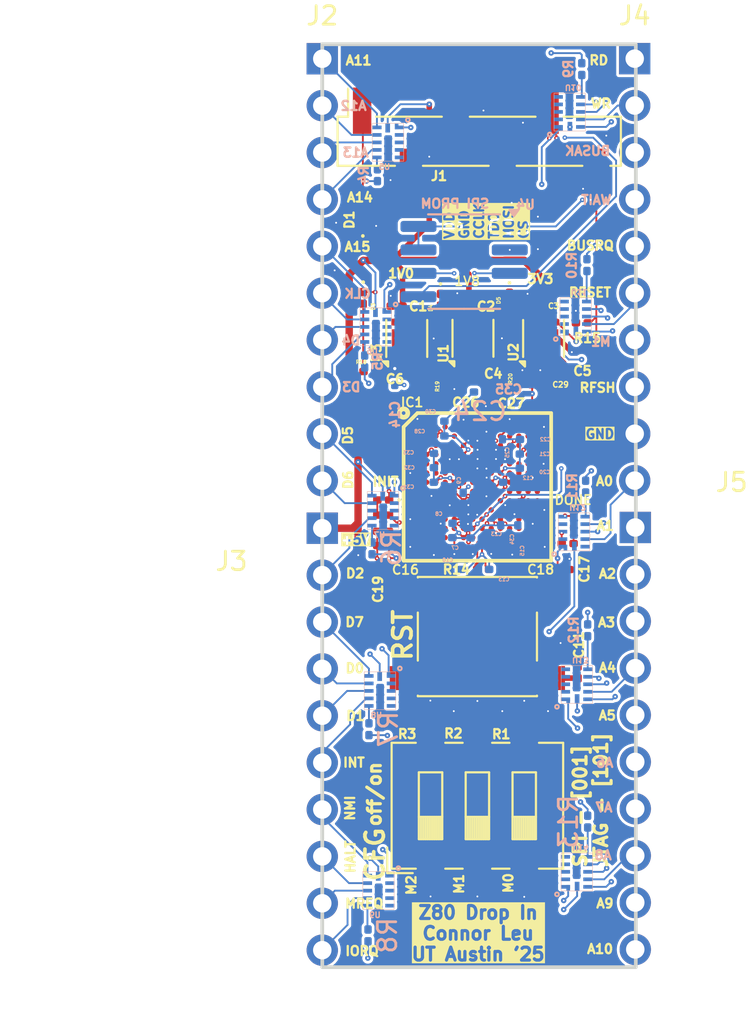
<source format=kicad_pcb>
(kicad_pcb (version 20240108) (generator "pcbnew") (generator_version "8.0")
  (layers (0 "F.Cu" mixed "SIGNAL_TOP") (1 "In1.Cu" power "GND_TOP") (2 "In2.Cu" power "3V3_PLN") (3 "In3.Cu" mixed "1V0_MIXED") (4 "In4.Cu" mixed "GND_MID") (5 "In5.Cu" signal "SIGNAL_1") (6 "In6.Cu" signal "SIGNAL_2") (31 "B.Cu" power "GND_BOTTOM") (34 "B.Paste" user) (35 "F.Paste" user) (36 "B.SilkS" user "B.Silkscreen") (37 "F.SilkS" user "F.Silkscreen") (38 "B.Mask" user) (39 "F.Mask" user) (44 "Edge.Cuts" user))
  (net 0 "")
  (net 1 "+1V0")
  (net 2 "GND")
  (net 3 "+5V")
  (net 4 "+1V8")
  (net 5 "Net-(C11-Pad1)")
  (net 6 "VDD")
  (net 36 "Net-(IC1-INIT_B_0)")
  (net 43 "TDO")
  (net 50 "M0_CONFIG")
  (net 57 "MOSI")
  (net 69 "M2_CONFIG")
  (net 79 "DIN")
  (net 82 "PROGRAM_B")
  (net 88 "DONE")
  (net 95 "CS")
  (net 100 "CCLK")
  (net 101 "M1_CONFIG")
  (net 122 "A12_5V")
  (net 123 "A15_5V")
  (net 124 "A11_5V")
  (net 125 "D5_5V")
  (net 126 "D6_5V")
  (net 127 "CLK_5V")
  (net 128 "A14_5V")
  (net 129 "D4_5V")
  (net 130 "D3_5V")
  (net 131 "A13_5V")
  (net 132 "HALT_5V")
  (net 133 "NMI_5V")
  (net 134 "D0_5V")
  (net 135 "D7_5V")
  (net 136 "INT_5V")
  (net 137 "IORQ_5V")
  (net 138 "MREQ_5V")
  (net 139 "D1_5V")
  (net 140 "D2_5V")
  (net 141 "WAIT_5V")
  (net 142 "RFSH_5V")
  (net 143 "WR_5V")
  (net 144 "BUSAK_5V")
  (net 145 "A0_5V")
  (net 146 "RD_5V")
  (net 147 "M1_5V")
  (net 148 "RESET_5V")
  (net 149 "BUSRQ_5V")
  (net 150 "A4_5V")
  (net 151 "A2_5V")
  (net 152 "A10_5V")
  (net 153 "A3_5V")
  (net 154 "A6_5V")
  (net 155 "A9_5V")
  (net 156 "A8_5V")
  (net 157 "A5_5V")
  (net 158 "A1_5V")
  (net 159 "A7_5V")
  (net 160 "+3V3")
  (net 167 "Net-(D2-A)")
  (net 168 "Net-(D3-A)")
  (net 169 "Net-(D4-A)")
  (net 170 "Net-(D5-A)")
  (net 171 "Net-(D6-A)")
  (net 172 "Net-(U5-OE)")
  (net 173 "Net-(U6-OE)")
  (net 174 "Net-(U7-OE)")
  (net 175 "Net-(U8-OE)")
  (net 176 "Net-(U9-OE)")
  (net 177 "Net-(U10-OE)")
  (net 178 "Net-(U11-OE)")
  (net 179 "Net-(U12-OE)")
  (net 180 "Net-(U13-OE)")
  (net 181 "Net-(U14-OE)")
  (net 182 "A14_FPGA")
  (net 183 "A11_FPGA")
  (net 184 "A13_FPGA")
  (net 185 "A12_FPGA")
  (net 186 "D4_FPGA")
  (net 187 "A15_FPGA")
  (net 188 "CLK")
  (net 189 "D3_FPGA")
  (net 191 "D2_FPGA")
  (net 192 "D6_FPGA")
  (net 193 "D5_FPGA")
  (net 195 "D0_FPGA")
  (net 196 "D1_FPGA")
  (net 197 "D7_FPGA")
  (net 198 "INT_FPGA")
  (net 199 "IORQ_FPGA")
  (net 200 "NMI_FPGA")
  (net 201 "MREQ_FPGA")
  (net 202 "HALT_FPGA")
  (net 203 "BUSAK_FPGA")
  (net 204 "WAIT_FPGA")
  (net 205 "WR_FPGA")
  (net 206 "RD_FPGA")
  (net 207 "RESET_FPGA")
  (net 208 "M1_FPGA")
  (net 209 "BUSRQ_FPGA")
  (net 210 "RFSH_FPGA")
  (net 213 "A1_FPGA")
  (net 214 "A2_FPGA")
  (net 215 "A0_FPGA")
  (net 216 "A5_FPGA")
  (net 217 "A3_FPGA")
  (net 218 "A4_FPGA")
  (net 219 "A6_FPGA")
  (net 220 "A10_FPGA")
  (net 221 "A9_FPGA")
  (net 222 "A7_FPGA")
  (net 223 "A8_FPGA")
  (footprint "Capacitor_SMD:C_0201_0603Metric" (layer "F.Cu") (at 142.13 96.34)
    (property "Reference" "C6")
    (property "Value" "1u")
  )
  (footprint "Resistor_SMD:R_0201_0603Metric" (layer "F.Cu") (at 148.27 114.75)
    (property "Reference" "R1")
    (property "Value" "1k")
  )
  (footprint "LED_SMD:LED_0201_0603Metric" (layer "F.Cu") (at 140.305 103.31 180)
    (property "Reference" "INIT")
    (property "Value" "LED")
  )
  (footprint "Package_SON:WSON-6-1EP_2x2mm_P0.65mm_EP1x1.6mm" (layer "F.Cu") (at 149 94.56 90)
    (property "Reference" "U2")
    (property "Value" "TLV75733PDRV")
  )
  (footprint "Resistor_SMD:R_0201_0603Metric" (layer "F.Cu") (at 151.075 93.71)
    (property "Reference" "R15")
    (property "Value" "2k4")
  )
  (footprint "Package_SON:WSON-6-1EP_2x2mm_P0.65mm_EP1x1.6mm" (layer "F.Cu") (at 145.17 94.55 90)
    (property "Reference" "U1")
    (property "Value" "TLV75718PDRV")
  )
  (footprint "Capacitor_SMD:C_0201_0603Metric" (layer "F.Cu") (at 150.87 112.65 90)
    (property "Reference" "C11")
    (property "Value" "10u")
  )
  (footprint "Capacitor_SMD:C_0201_0603Metric" (layer "F.Cu") (at 148.45 92.79 180)
    (property "Reference" "C3")
    (property "Value" "50u")
  )
  (footprint "Capacitor_SMD:C_0201_0603Metric" (layer "F.Cu") (at 140.295 105.01 180)
    (property "Reference" "C37" (hide yes))
    (property "Value" "4.7u")
  )
  (footprint "Capacitor_SMD:C_0201_0603Metric" (layer "F.Cu") (at 144.63 92.8 180)
    (property "Reference" "C2")
    (property "Value" "50u")
  )
  (footprint "Resistor_SMD:R_0201_0603Metric" (layer "F.Cu") (at 143.18 114.75)
    (property "Reference" "R3")
    (property "Value" "1k")
  )
  (footprint "LED_SMD:LED_0201_0603Metric" (layer "F.Cu") (at 150.63 104.495 -90)
    (property "Reference" "DONE")
    (property "Value" "LED")
  )
  (footprint "Connector_PinHeader_2.54mm:PinHeader_1x10_P2.54mm_Vertical" (layer "F.Cu") (at 153.97 104.8)
    (property "Reference" "J5")
    (property "Value" "Conn_01x10_Pin")
  )
  (footprint "Capacitor_SMD:C_0201_0603Metric" (layer "F.Cu") (at 148.7 98.05)
    (property "Reference" "C27")
    (property "Value" "4.7u")
  )
  (footprint "Capacitor_SMD:C_0201_0603Metric" (layer "F.Cu") (at 142.73 107.08 180)
    (property "Reference" "C16")
    (property "Value" "4.7u")
  )
  (footprint "Capacitor_SMD:C_0201_0603Metric" (layer "F.Cu") (at 144.87 96.47)
    (property "Reference" "C4")
    (property "Value" "1u")
  )
  (footprint "Resistor_SMD:R_0201_0603Metric" (layer "F.Cu") (at 143.4 96.15 -90)
    (property "Reference" "R19")
    (property "Value" "3k")
  )
  (footprint "Capacitor_SMD:C_0201_0603Metric" (layer "F.Cu") (at 140.3 105.78 180)
    (property "Reference" "C36" (hide yes))
    (property "Value" "4.7u")
  )
  (footprint "Connector_PinHeader_2.54mm:PinHeader_1x10_P2.54mm_Vertical" (layer "F.Cu") (at 137 104.84)
    (property "Reference" "J3")
    (property "Value" "Conn_01x10_Pin" (hide yes))
  )
  (footprint "LED_SMD:LED_0201_0603Metric" (layer "F.Cu") (at 139.22 92.365 -90)
    (property "Reference" "D3")
    (property "Value" "LED")
  )
  (footprint "Resistor_SMD:R_0201_0603Metric" (layer "F.Cu") (at 140.3 104.13)
    (property "Reference" "R16" (hide yes))
    (property "Value" "4k7")
  )
  (footprint "Resistor_SMD:R_0201_0603Metric" (layer "F.Cu") (at 145.735 114.75)
    (property "Reference" "R2")
    (property "Value" "1k")
  )
  (footprint "Package_SON:WSON-6-1EP_2x2mm_P0.65mm_EP1x1.6mm" (layer "F.Cu") (at 141.58 94.56 90)
    (property "Reference" "U3")
    (property "Value" "TLV75710PDRV")
  )
  (footprint "Capacitor_SMD:C_0201_0603Metric" (layer "F.Cu") (at 148.7 97.07)
    (property "Reference" "C29")
    (property "Value" "4.7u")
  )
  (footprint "Button_Switch_SMD:SW_DIP_SPSTx03_Slide_6.7x9.18mm_W6.73mm_P2.54mm_LowProfile_JPin" (layer "F.Cu") (at 145.41 119.875 90)
    (property "Reference" "CFG")
    (property "Value" "SW_DIP_x03")
  )
  (footprint "Connector_PinHeader_2.54mm:PinHeader_1x10_P2.54mm_Vertical" (layer "F.Cu") (at 137 79.405)
    (property "Reference" "J2")
    (property "Value" "Conn_01x10_Pin")
  )
  (footprint "Capacitor_SMD:C_0201_0603Metric" (layer "F.Cu") (at 141.03 92.81 180)
    (property "Reference" "C1")
    (property "Value" "10u")
  )
  (footprint "Capacitor_SMD:C_0201_0603Metric" (layer "F.Cu") (at 150.08 107.08)
    (property "Reference" "C17")
    (property "Value" "4.7u")
  )
  (footprint "LED_SMD:LED_0201_0603Metric" (layer "F.Cu") (at 143.41 92.465 -90)
    (property "Reference" "D4")
    (property "Value" "LED")
  )
  (footprint "Connector_PinHeader_2.54mm:PinHeader_1x06_P2.54mm_Vertical_SMD_Pin1Right" (layer "F.Cu") (at 145.51 83.875 90)
    (property "Reference" "J1")
    (property "Value" "Conn_01x06_Pin")
  )
  (footprint "Connector_PinHeader_2.54mm:PinHeader_1x10_P2.54mm_Vertical" (layer "F.Cu") (at 153.94 79.4)
    (property "Reference" "J4")
    (property "Value" "Conn_01x10_Pin")
  )
  (footprint "Resistor_SMD:R_0201_0603Metric" (layer "F.Cu") (at 150.305 105.67)
    (property "Reference" "R17" (hide yes))
    (property "Value" "5k7")
  )
  (footprint "Capacitor_SMD:C_0201_0603Metric" (layer "F.Cu") (at 140.3 107.06 180)
    (property "Reference" "C19")
    (property "Value" "4.7u")
  )
  (footprint "Capacitor_SMD:C_0201_0603Metric" (layer "F.Cu") (at 147.615 107.08)
    (property "Reference" "C18")
    (property "Value" "4.7u")
  )
  (footprint "Capacitor_SMD:C_0201_0603Metric" (layer "F.Cu") (at 149.77 96.31)
    (property "Reference" "C5")
    (property "Value" "100u")
  )
  (footprint "fpga_stuff:BGA196C50P14X14_800X800X110" (layer "F.Cu") (at 145.41 102.6)
    (property "Reference" "IC1")
    (property "Value" "XC7S15-1CPGA196C" (hide yes))
  )
  (footprint "Diode_SMD:D_0201_0603Metric" (layer "F.Cu") (at 139.2 88.145 90)
    (property "Reference" "D1")
    (property "Value" "D_Small")
  )
  (footprint "Resistor_SMD:R_0201_0603Metric" (layer "F.Cu") (at 145.72 107.07 180)
    (property "Reference" "R14")
    (property "Value" "5k")
  )
  (footprint "LED_SMD:LED_0201_0603Metric" (layer "F.Cu") (at 147.15 92.405 -90)
    (property "Reference" "D5")
    (property "Value" "LED")
  )
  (footprint "Resistor_SMD:R_0201_0603Metric" (layer "F.Cu") (at 147.17 95.645 -90)
    (property "Reference" "R20")
    (property "Value" "5k7")
  )
  (footprint "Button_Switch_SMD:SW_Push_1P1T_NO_6x6mm_H9.5mm" (layer "F.Cu") (at 145.41 110.71)
    (property "Reference" "RST")
    (property "Value" "SW_RESET")
  )
  (footprint "Resistor_SMD:R_0201_0603Metric" (layer "F.Cu") (at 139.555 96.35)
    (property "Reference" "R18")
    (property "Value" "2k3")
  )
  (footprint "Capacitor_SMD:C_0201_0603Metric" (layer "F.Cu") (at 143.31 98.02 180)
    (property "Reference" "C26")
    (property "Value" "4.7u")
  )
  (footprint "Resistor_SMD:R_0201_0603Metric" (layer "B.Cu") (at 151.39 120.735 -90)
    (property "Reference" "R13")
    (property "Value" "10k")
  )
  (footprint "Resistor_SMD:R_0201_0603Metric" (layer "B.Cu") (at 139.99 85.715 90)
    (property "Reference" "R4")
    (property "Value" "10k")
  )
  (footprint "Capacitor_SMD:C_0201_0603Metric" (layer "B.Cu") (at 148.03 100.82)
    (property "Reference" "C21")
    (property "Value" "0.47u")
  )
  (footprint "Resistor_SMD:R_0201_0603Metric" (layer "B.Cu") (at 139.53 115.73 90)
    (property "Reference" "R7")
    (property "Value" "10k")
  )
  (footprint "Capacitor_SMD:C_0201_0603Metric" (layer "B.Cu") (at 142.73 101.56 180)
    (property "Reference" "C32")
    (property "Value" "0.47u")
  )
  (footprint "Capacitor_SMD:C_0201_0603Metric" (layer "B.Cu") (at 144.64 103.24 -90)
    (property "Reference" "C9")
    (property "Value" "0.47u")
  )
  (footprint "Capacitor_SMD:C_0201_0603Metric" (layer "B.Cu") (at 143.745 104.57 180)
    (property "Reference" "C8")
    (property "Value" "0.47u")
  )
  (footprint "hardware:NXB0104_XQFN12" (layer "B.Cu") (at 150.9278 92.001)
    (property "Reference" "U11")
    (property "Value" "~")
  )
  (footprint "Capacitor_SMD:C_0201_0603Metric" (layer "B.Cu") (at 146.37 107.07)
    (property "Reference" "C13")
    (property "Value" "0.47u")
  )
  (footprint "hardware:NXB0104_XQFN12" (layer "B.Cu") (at 150.84435 103.6538)
    (property "Reference" "U12")
    (property "Value" "~")
  )
  (footprint "Capacitor_SMD:C_0201_0603Metric" (layer "B.Cu") (at 143.73 105.35 180)
    (property "Reference" "C7")
    (property "Value" "0.47u")
  )
  (footprint "hardware:NXB0104_XQFN12" (layer "B.Cu") (at 139.70565 95.3062 180)
    (property "Reference" "U6")
    (property "Value" "~")
  )
  (footprint "Capacitor_SMD:C_0201_0603Metric" (layer "B.Cu") (at 146.77 99.7 90)
    (property "Reference" "C25")
    (property "Value" "100u")
  )
  (footprint "Capacitor_SMD:C_0201_0603Metric" (layer "B.Cu") (at 148.03 101.59)
    (property "Reference" "C20")
    (property "Value" "0.47u")
  )
  (footprint "Capacitor_SMD:C_0201_0603Metric" (layer "B.Cu") (at 140.93 97.4 -90)
    (property "Reference" "C14")
    (property "Value" "100u")
  )
  (footprint "hardware:NXB0104_XQFN12" (layer "B.Cu") (at 140.0992 105.2588 180)
    (property "Reference" "U7")
    (property "Value" "~")
  )
  (footprint "Capacitor_SMD:C_0201_0603Metric" (layer "B.Cu") (at 146.68 105 -90)
    (property "Reference" "C34")
    (property "Value" "0.47u")
  )
  (footprint "Package_SO:SOIC-8_3.9x4.9mm_P1.27mm" (layer "B.Cu") (at 144.69 90.395 180)
    (property "Reference" "U4")
    (property "Value" "M95256-WMN6P")
  )
  (footprint "Resistor_SMD:R_0201_0603Metric" (layer "B.Cu") (at 139.7 105.93 90)
    (property "Reference" "R6")
    (property "Value" "10k")
  )
  (footprint "hardware:NXB0104_XQFN12" (layer "B.Cu") (at 150.99435 111.9238)
    (property "Reference" "U13")
    (property "Value" "~")
  )
  (footprint "hardware:NXB0104_XQFN12" (layer "B.Cu") (at 139.85565 125.8462 180)
    (property "Reference" "U9")
    (property "Value" "~")
  )
  (footprint "hardware:NXB0104_XQFN12" (layer "B.Cu") (at 150.60435 80.9138)
    (property "Reference" "U10")
    (property "Value" "~")
  )
  (footprint "hardware:NXB0104_XQFN12" (layer "B.Cu") (at 140.37 85.31 180)
    (property "Reference" "U5")
    (property "Value" "~")
  )
  (footprint "Resistor_SMD:R_0201_0603Metric" (layer "B.Cu") (at 151.07 79.965 -90)
    (property "Reference" "R9")
    (property "Value" "10k")
  )
  (footprint "Resistor_SMD:R_0201_0603Metric" (layer "B.Cu") (at 151.35 90.585 -90)
    (property "Reference" "R10")
    (property "Value" "10k")
  )
  (footprint "Capacitor_SMD:C_0201_0603Metric" (layer "B.Cu") (at 144.23 107.07 180)
    (property "Reference" "C10")
    (property "Value" "0.47u")
  )
  (footprint "Capacitor_SMD:C_0201_0603Metric" (layer "B.Cu") (at 143.3 99.84 180)
    (property "Reference" "C28")
    (property "Value" "0.47u")
  )
  (footprint "hardware:NXB0104_XQFN12" (layer "B.Cu") (at 139.93565 115.0262 180)
    (property "Reference" "U8")
    (property "Value" "~")
  )
  (footprint "Capacitor_SMD:C_0201_0603Metric" (layer "B.Cu") (at 143.3 99.04 180)
    (property "Reference" "C30")
    (property "Value" "0.47u")
  )
  (footprint "Resistor_SMD:R_0201_0603Metric" (layer "B.Cu") (at 139.48 126.9 90)
    (property "Reference" "R8")
    (property "Value" "10k")
  )
  (footprint "hardware:NXB0104_XQFN12" (layer "B.Cu") (at 150.99435 122.0838)
    (property "Reference" "U14")
    (property "Value" "~")
  )
  (footprint "Capacitor_SMD:C_0201_0603Metric" (layer "B.Cu") (at 142.725 102.35 180)
    (property "Reference" "C31")
    (property "Value" "0.47u")
  )
  (footprint "Resistor_SMD:R_0201_0603Metric" (layer "B.Cu") (at 139.3 95.805 90)
    (property "Reference" "R5")
    (property "Value" "10k")
  )
  (footprint "Capacitor_SMD:C_0201_0603Metric" (layer "B.Cu") (at 145.545 97.46)
    (property "Reference" "C24")
    (property "Value" "47u")
  )
  (footprint "Resistor_SMD:R_0201_0603Metric" (layer "B.Cu") (at 151.28 102.585 -90)
    (property "Reference" "R11")
    (property "Value" "10k")
  )
  (footprint "Capacitor_SMD:C_0201_0603Metric" (layer "B.Cu") (at 147.12 102.35)
    (property "Reference" "C12")
    (property "Value" "0.47u")
  )
  (footprint "Capacitor_SMD:C_0201_0603Metric" (layer "B.Cu") (at 148.04 100.03)
    (property "Reference" "C22")
    (property "Value" "0.47u")
  )
  (footprint "Capacitor_SMD:C_0201_0603Metric" (layer "B.Cu") (at 147.6 105 -90)
    (property "Reference" "C15")
    (property "Value" "100u")
  )
  (footprint "Capacitor_SMD:C_0201_0603Metric" (layer "B.Cu") (at 142.73 100.78 180)
    (property "Reference" "C33")
    (property "Value" "0.47u")
  )
  (footprint "Capacitor_SMD:C_0201_0603Metric" (layer "B.Cu") (at 147.1 98.05 180)
    (property "Reference" "C35")
    (property "Value" "100u")
  )
  (footprint "Capacitor_SMD:C_0201_0603Metric" (layer "B.Cu") (at 145.36 105.37)
    (property "Reference" "C23")
    (property "Value" "0.47u")
  )
  (footprint "Resistor_SMD:R_0201_0603Metric" (layer "B.Cu") (at 151.39 110.37 -90)
    (property "Reference" "R12")
    (property "Value" "10k")
  )
  (gr_rect (start 137 78.62) (end 154 128.62) (stroke (width 0.2)) (fill none) (layer "Edge.Cuts"))
  (gr_text "CLK" (at 139.7 92.43 0) (layer "B.SilkS") (effects (font (size 0.5 0.5) (thickness 0.125) (bold yes)) (justify left bottom mirror)))
  (gr_text "SPI PROM" (at 146.12 87.55 0) (layer "B.SilkS") (effects (font (size 0.5 0.5) (thickness 0.125) (bold yes)) (justify left bottom mirror)))
  (gr_text "D3" (at 139.14 97.49 0) (layer "B.SilkS") (effects (font (size 0.5 0.5) (thickness 0.125) (bold yes)) (justify left bottom mirror)))
  (gr_text "A12" (at 139.47 82.25 0) (layer "B.SilkS") (effects (font (size 0.5 0.5) (thickness 0.125) (bold yes)) (justify left bottom mirror)))
  (gr_text "A7" (at 152.8 120.26 0) (layer "B.SilkS") (effects (font (size 0.5 0.5) (thickness 0.125) (bold yes)) (justify left bottom mirror)))
  (gr_text "A6" (at 152.85 117.84 0) (layer "B.SilkS") (effects (font (size 0.5 0.5) (thickness 0.125) (bold yes)) (justify left bottom mirror)))
  (gr_text "M1" (at 152.71 95.03 0) (layer "B.SilkS") (effects (font (size 0.5 0.5) (thickness 0.125) (bold yes)) (justify left bottom mirror)))
  (gr_text "D4" (at 139.12 94.96 0) (layer "B.SilkS") (effects (font (size 0.5 0.5) (thickness 0.125) (bold yes)) (justify left bottom mirror)))
  (gr_text "BUSAK" (at 152.68 84.69 0) (layer "B.SilkS") (effects (font (size 0.5 0.5) (thickness 0.125) (bold yes)) (justify left bottom mirror)))
  (gr_text "A13" (at 139.58 84.78 0) (layer "B.SilkS") (effects (font (size 0.5 0.5) (thickness 0.125) (bold yes)) (justify left bottom mirror)))
  (gr_text "A8" (at 152.76 122.85 0) (layer "B.SilkS") (effects (font (size 0.5 0.5) (thickness 0.125) (bold yes)) (justify left bottom mirror)))
  (gr_text "WAIT" (at 152.75 87.35 0) (layer "B.SilkS") (effects (font (size 0.5 0.5) (thickness 0.125) (bold yes)) (justify left bottom mirror)))
  (gr_text "A5" (at 151.92 115.28 0) (layer "F.SilkS") (effects (font (size 0.5 0.5) (thickness 0.125) (bold yes)) (justify left bottom)))
  (gr_text "Z80 Drop In\nConnor Leu\nUT Austin '25" (at 145.45 128.33 0) (layer "F.SilkS" knockout) (effects (font (size 0.7 0.7) (thickness 0.175) (bold yes)) (justify bottom)))
  (gr_text "D0" (at 138.19 112.72 0) (layer "F.SilkS") (effects (font (size 0.5 0.5) (thickness 0.125) (bold yes)) (justify left bottom)))
  (gr_text "M0" (at 147.38 124.67 90) (layer "F.SilkS") (effects (font (size 0.5 0.5) (thickness 0.125) (bold yes)) (justify left bottom)))
  (gr_text "3V3" (at 148.06 91.63 0) (layer "F.SilkS") (effects (font (size 0.5 0.5) (thickness 0.125) (bold yes)) (justify left bottom)))
  (gr_text "M2" (at 142.12 124.78 90) (layer "F.SilkS") (effects (font (size 0.5 0.5) (thickness 0.125) (bold yes)) (justify left bottom)))
  (gr_text "A15" (at 138.14 89.89 0) (layer "F.SilkS") (effects (font (size 0.5 0.5) (thickness 0.125) (bold yes)) (justify left bottom)))
  (gr_text "A1" (at 151.81 105 0) (layer "F.SilkS") (effects (font (size 0.5 0.5) (thickness 0.125) (bold yes)) (justify left bottom)))
  (gr_text "A10" (at 151.29 127.93 0) (layer "F.SilkS") (effects (font (size 0.5 0.5) (thickness 0.125) (bold yes)) (justify left bottom)))
  (gr_text "1V8" (at 144.11 91.75 0) (layer "F.SilkS") (effects (font (size 0.5 0.5) (thickness 0.0875) (bold yes)) (justify left bottom)))
  (gr_text "A4" (at 151.93 112.69 0) (layer "F.SilkS") (effects (font (size 0.5 0.5) (thickness 0.125) (bold yes)) (justify left bottom)))
  (gr_text "WR" (at 151.49 82.12 0) (layer "F.SilkS") (effects (font (size 0.5 0.5) (thickness 0.125) (bold yes)) (justify left bottom)))
  (gr_text "A2" (at 151.93 107.6 0) (layer "F.SilkS") (effects (font (size 0.5 0.5) (thickness 0.125) (bold yes)) (justify left bottom)))
  (gr_text "MREQ" (at 138.17 125.47 0) (layer "F.SilkS") (effects (font (size 0.5 0.5) (thickness 0.125) (bold yes)) (justify left bottom)))
  (gr_text "+5V" (at 137.95 105.76 0) (layer "F.SilkS" knockout) (effects (font (size 0.5 0.5) (thickness 0.125) (bold yes)) (justify left bottom)))
  (gr_text "RFSH" (at 150.88 97.52 0) (layer "F.SilkS") (effects (font (size 0.5 0.5) (thickness 0.125) (bold yes)) (justify left bottom)))
  (gr_text "D2" (at 138.21 107.58 0) (layer "F.SilkS") (effects (font (size 0.5 0.5) (thickness 0.125) (bold yes)) (justify left bottom)))
  (gr_text "A14" (at 138.27 87.21 0) (layer "F.SilkS") (effects (font (size 0.5 0.5) (thickness 0.125) (bold yes)) (justify left bottom)))
  (gr_text "A9" (at 151.79 125.46 0) (layer "F.SilkS") (effects (font (size 0.5 0.5) (thickness 0.125) (bold yes)) (justify left bottom)))
  (gr_text "M1" (at 144.71 124.72 90) (layer "F.SilkS") (effects (font (size 0.5 0.5) (thickness 0.125) (bold yes)) (justify left bottom)))
  (gr_text "D5" (at 138.68 100.38 90) (layer "F.SilkS") (effects (font (size 0.5 0.5) (thickness 0.125) (bold yes)) (justify left bottom)))
  (gr_text "NMI" (at 138.8 120.75 90) (layer "F.SilkS") (effects (font (size 0.5 0.5) (thickness 0.125) (bold yes)) (justify left bottom)))
  (gr_text "D6" (at 138.7 102.79 90) (layer "F.SilkS") (effects (font (size 0.5 0.5) (thickness 0.125) (bold yes)) (justify left bottom)))
  (gr_text "D7" (at 138.18 110.22 0) (layer "F.SilkS") (effects (font (size 0.5 0.5) (thickness 0.125) (bold yes)) (justify left bottom)))
  (gr_text "A3" (at 151.88 110.24 0) (layer "F.SilkS") (effects (font (size 0.5 0.5) (thickness 0.125) (bold yes)) (justify left bottom)))
  (gr_text "HALT" (at 138.82 123.59 90) (layer "F.SilkS") (effects (font (size 0.5 0.5) (thickness 0.125) (bold yes)) (justify left bottom)))
  (gr_text "GND" (at 151.21 100.03 0) (layer "F.SilkS" knockout) (effects (font (size 0.5 0.5) (thickness 0.125) (bold yes)) (justify left bottom)))
  (gr_text "1V0" (at 140.5 91.33 0) (layer "F.SilkS") (effects (font (size 0.5 0.5) (thickness 0.125) (bold yes)) (justify left bottom)))
  (gr_text "IORQ" (at 138.18 128.04 0) (layer "F.SilkS") (effects (font (size 0.5 0.5) (thickness 0.125) (bold yes)) (justify left bottom)))
  (gr_text "RESET" (at 150.3 92.36 0) (layer "F.SilkS") (effects (font (size 0.5 0.5) (thickness 0.125) (bold yes)) (justify left bottom)))
  (gr_text "D1" (at 138.23 115.3 0) (layer "F.SilkS") (effects (font (size 0.5 0.5) (thickness 0.125) (bold yes)) (justify left bottom)))
  (gr_text "VDD\nGND\nCCLK\nTDO\nMOSI\nCS" (at 148.21 89.23 90) (layer "F.SilkS" knockout) (effects (font (size 0.5 0.5) (thickness 0.125) (bold yes)) (justify left bottom)))
  (gr_text "RD" (at 151.41 79.78 0) (layer "F.SilkS") (effects (font (size 0.5 0.5) (thickness 0.125) (bold yes)) (justify left bottom)))
  (gr_text "A0" (at 151.77 102.58 0) (layer "F.SilkS") (effects (font (size 0.5 0.5) (thickness 0.125) (bold yes)) (justify left bottom)))
  (gr_text "INT" (at 138.06 117.83 0) (layer "F.SilkS") (effects (font (size 0.5 0.5) (thickness 0.125) (bold yes)) (justify left bottom)))
  (gr_text "A11" (at 138.2 79.79 0) (layer "F.SilkS") (effects (font (size 0.5 0.5) (thickness 0.125) (bold yes)) (justify left bottom)))
  (gr_text "BUSRQ" (at 150.19 89.82 0) (layer "F.SilkS") (effects (font (size 0.5 0.5) (thickness 0.125) (bold yes)) (justify left bottom)))
  (gr_text "SPI - [001]\nJTAG - [101]" (at 152.52 123.29 90) (layer "F.SilkS") (effects (font (size 0.7 0.7) (thickness 0.175) (bold yes)) (justify left bottom)))
  (gr_text "off/on" (at 140.24 121.08 90) (layer "F.SilkS") (effects (font (size 0.7 0.7) (thickness 0.175) (bold yes)) (justify left bottom)))
  (segment (start 140.94 96.18) (end 140.93 96.19) (width 0.3) (layer "F.Cu") (net 1))
  (segment (start 144.66 101.85) (end 145.16 101.35) (width 0.1) (layer "F.Cu") (net 1))
  (segment (start 140.77 96.35) (end 140.93 96.19) (width 0.1) (layer "F.Cu") (net 1))
  (segment (start 146.16 102.35) (end 146.4 102.11) (width 0.1) (layer "F.Cu") (net 1))
  (segment (start 146.16 103.35) (end 145.66 103.85) (width 0.1) (layer "F.Cu") (net 1))
  (segment (start 146.16 101.35) (end 145.9 101.61) (width 0.1) (layer "F.Cu") (net 1))
  (segment (start 141.81 96.34) (end 141.65 96.18) (width 0.3) (layer "F.Cu") (net 1))
  (segment (start 147.295 107.08) (end 147.295 106.275) (width 0.1) (layer "F.Cu") (net 1))
  (segment (start 145.66 103.85) (end 145.4 104.11) (width 0.1) (layer "F.Cu") (net 1))
  (segment (start 146.16 102.35) (end 145.91 102.1) (width 0.1) (layer "F.Cu") (net 1))
  (segment (start 143.05 107.08) (end 143.05 106.29) (width 0.1) (layer "F.Cu") (net 1))
  (segment (start 144.66 103.85) (end 144.92 103.59) (width 0.1) (layer "F.Cu") (net 1))
  (segment (start 141.65 96.18) (end 140.94 96.18) (width 0.3) (layer "F.Cu") (net 1))
  (segment (start 145.16 100.35) (end 145.41 100.1) (width 0.1) (layer "F.Cu") (net 1))
  (segment (start 140.93 95.4475) (end 140.93 96.19) (width 0.3) (layer "F.Cu") (net 1))
  (segment (start 139.875 96.35) (end 140.77 96.35) (width 0.1) (layer "F.Cu") (net 1))
  (segment (start 145.16 101.35) (end 145.41 101.6) (width 0.1) (layer "F.Cu") (net 1))
  (segment (start 147.295 106.275) (end 147.3 106.27) (width 0.1) (layer "F.Cu") (net 1))
  (segment (start 144.66 102.85) (end 144.92 102.59) (width 0.1) (layer "F.Cu") (net 1))
  (segment (start 146.16 100.35) (end 146.41 100.1) (width 0.1) (layer "F.Cu") (net 1))
  (via blind (at 140.93 96.19) (size 0.3) (drill 0.175) (layers "F.Cu" "In3.Cu") (net 1))
  (via blind (at 143.05 106.29) (size 0.254) (drill 0.1) (layers "F.Cu" "In3.Cu") (net 1))
  (via blind (at 144.92 103.59) (size 0.254) (drill 0.1) (layers "F.Cu" "In3.Cu") (net 1))
  (via blind (at 145.41 100.1) (size 0.254) (drill 0.1) (layers "F.Cu" "In3.Cu") (net 1))
  (via blind (at 147.3 106.27) (size 0.254) (drill 0.1) (layers "F.Cu" "In3.Cu") (net 1))
  (via blind (at 145.4 104.11) (size 0.254) (drill 0.1) (layers "F.Cu" "In3.Cu") (net 1))
  (via (at 146.4 102.11) (size 0.254) (drill 0.1) (layers "F.Cu" "B.Cu") (net 1))
  (via blind (at 145.9 101.61) (size 0.254) (drill 0.1) (layers "F.Cu" "In3.Cu") (net 1))
  (via blind (at 146.41 100.1) (size 0.254) (drill 0.1) (layers "F.Cu" "In3.Cu") (net 1))
  (via blind (at 145.41 101.6) (size 0.254) (drill 0.1) (layers "F.Cu" "In3.Cu") (net 1))
  (via (at 144.92 102.59) (size 0.254) (drill 0.1) (layers "F.Cu" "B.Cu") (net 1))
  (via blind (at 145.91 102.1) (size 0.254) (drill 0.1) (layers "F.Cu" "In3.Cu") (net 1))
  (via blind (at 141.44 97.08) (size 0.254) (drill 0.1) (layers "In3.Cu" "B.Cu") (net 1))
  (segment (start 144.64 102.87) (end 144.92 102.59) (width 0.1) (layer "B.Cu") (net 1))
  (segment (start 144.64 102.92) (end 144.64 102.87) (width 0.1) (layer "B.Cu") (net 1))
  (segment (start 146.4 102.11) (end 146.56 102.11) (width 0.1) (layer "B.Cu") (net 1))
  (segment (start 140.93 97.08) (end 141.44 97.08) (width 0.1) (layer "B.Cu") (net 1))
  (segment (start 146.56 102.11) (end 146.8 102.35) (width 0.1) (layer "B.Cu") (net 1))
  (segment (start 146.66 102.35) (end 146.9 102.11) (width 0.1) (layer "F.Cu") (net 2))
  (segment (start 145.19 96.33) (end 145.82 95.7) (width 0.3) (layer "F.Cu") (net 2))
  (segment (start 145.17 94.55) (end 146.74 94.55) (width 0.3) (layer "F.Cu") (net 2))
  (segment (start 150.63 104.175) (end 150.165 104.175) (width 0.1) (layer "F.Cu") (net 2))
  (segment (start 149.02 98.05) (end 149.02 99.35) (width 0.1) (layer "F.Cu") (net 2))
  (segment (start 150.09 95.8875) (end 149.65 95.4475) (width 0.3) (layer "F.Cu") (net 2))
  (segment (start 146.16 105.85) (end 146.16 106.23) (width 0.1) (layer "F.Cu") (net 2))
  (segment (start 141.58 94.56) (end 143.04 94.56) (width 0.3) (layer "F.Cu") (net 2))
  (segment (start 146.66 103.35) (end 146.91 103.1) (width 0.1) (layer "F.Cu") (net 2))
  (segment (start 147.16 104.35) (end 147.16 104.34) (width 0.1) (layer "F.Cu") (net 2))
  (segment (start 146.16 102.85) (end 146.66 102.35) (width 0.1) (layer "F.Cu") (net 2))
  (segment (start 147.16 101.85) (end 146.9 102.11) (width 0.1) (layer "F.Cu") (net 2))
  (segment (start 146.16 100.85) (end 146.42 100.59) (width 0.1) (layer "F.Cu") (net 2))
  (segment (start 144.16 102.85) (end 144.66 103.35) (width 0.1) (layer "F.Cu") (net 2))
  (segment (start 146.16 101.85) (end 146.66 101.35) (width 0.1) (layer "F.Cu") (net 2))
  (segment (start 142.23 95.4475) (end 142.23 95.21) (width 0.3) (layer "F.Cu") (net 2))
  (segment (start 148.075 92.085) (end 148.13 92.14) (width 0.1) (layer "F.Cu") (net 2))
  (segment (start 140.71 92.81) (end 140.71 92.25) (width 0.3) (layer "F.Cu") (net 2))
  (segment (start 150.87 112.01) (end 150.87 112.33) (width 0.1) (layer "F.Cu") (net 2))
  (segment (start 143.16 104.85) (end 143.42 104.59) (width 0.1) (layer "F.Cu") (net 2))
  (segment (start 142.45 96.34) (end 142.45 95.6675) (width 0.3) (layer "F.Cu") (net 2))
  (segment (start 146.16 105.85) (end 146.66 105.35) (width 0.1) (layer "F.Cu") (net 2))
  (segment (start 147.16 102.35) (end 147.14 102.35) (width 0.1) (layer "F.Cu") (net 2))
  (segment (start 139.98 107.06) (end 139.98 106.48) (width 0.1) (layer "F.Cu") (net 2))
  (segment (start 149.92 111.06) (end 150.87 112.01) (width 0.1) (layer "F.Cu") (net 2))
  (segment (start 144.285 92.145) (end 144.32 92.11) (width 0.1) (layer "F.Cu") (net 2))
  (segment (start 142.16 105.85) (end 141.77 105.85) (width 0.1) (layer "F.Cu") (net 2))
  (segment (start 142.41 106.1) (end 142.16 105.85) (width 0.1) (layer "F.Cu") (net 2))
  (segment (start 144.66 105.85) (end 145.16 105.85) (width 0.1) (layer "F.Cu") (net 2))
  (segment (start 145.66 104.85) (end 145.93231 104.57769) (width 0.1) (layer "F.Cu") (net 2))
  (segment (start 147.14 102.35) (end 146.9 102.11) (width 0.1) (layer "F.Cu") (net 2))
  (segment (start 149.65 95.4475) (end 149.65 95.21) (width 0.3) (layer "F.Cu") (net 2))
  (segment (start 144.16 105.85) (end 144.16 106.24) (width 0.1) (layer "F.Cu") (net 2))
  (segment (start 144.66 99.35) (end 144.66 98.96) (width 0.1) (layer "F.Cu") (net 2))
  (segment (start 147.935 106.575) (end 148.66 105.85) (width 0.1) (layer "F.Cu") (net 2))
  (segment (start 148.66 101.35) (end 149 101.35) (width 0.1) (layer "F.Cu") (net 2))
  (segment (start 148.59 114.75) (end 149.24 114.75) (width 0.1) (layer "F.Cu") (net 2))
  (segment (start 139.98 106.48) (end 139.97 106.47) (width 0.1) (layer "F.Cu") (net 2))
  (segment (start 148.16 102.35) (end 148.41 102.1) (width 0.1) (layer "F.Cu") (net 2))
  (segment (start 139.975 105.01) (end 139.975 105.775) (width 0.1) (layer "F.Cu") (net 2))
  (segment (start 149.79 94.56) (end 149 94.56) (width 0.3) (layer "F.Cu") (net 2))
  (segment (start 145.82 95.7) (end 145.82 95.4375) (width 0.3) (layer "F.Cu") (net 2))
  (segment (start 144.31 92.8) (end 144.31 92.12) (width 0.3) (layer "F.Cu") (net 2))
  (segment (start 142.41 107.08) (end 142.41 106.1) (width 0.1) (layer "F.Cu") (net 2))
  (segment (start 142.99 98.09) (end 142.16 98.92) (width 0.1) (layer "F.Cu") (net 2))
  (segment (start 141.15 85.53) (end 140.7 85.98) (width 0.3) (layer "F.Cu") (net 2))
  (segment (start 147.935 107.08) (end 147.935 106.575) (width 0.1) (layer "F.Cu") (net 2))
  (segment (start 139.975 105.775) (end 139.98 105.78) (width 0.1) (layer "F.Cu") (net 2))
  (segment (start 148.66 105.85) (end 149.06 105.85) (width 0.1) (layer "F.Cu") (net 2))
  (segment (start 144.16 101.85) (end 143.66 101.35) (width 0.1) (layer "F.Cu") (net 2))
  (segment (start 143.66 103.85) (end 143.91 103.6) (width 0.1) (layer "F.Cu") (net 2))
  (segment (start 150.09 96.31) (end 150.09 95.8875) (width 0.3) (layer "F.Cu") (net 2))
  (segment (start 145.16 100.85) (end 145.42 100.59) (width 0.1) (layer "F.Cu") (net 2))
  (segment (start 148.66 99.35) (end 149.02 99.35) (width 0.1) (layer "F.Cu") (net 2))
  (segment (start 144.66 104.35) (end 144.92 104.09) (width 0.1) (layer "F.Cu") (net 2))
  (segment (start 143.5 114.75) (end 144.13 114.75) (width 0.1) (layer "F.Cu") (net 2))
  (segment (start 150.53 95.3) (end 149.79 94.56) (width 0.3) (layer "F.Cu") (net 2))
  (segment (start 147.66 103.35) (end 147.9 103.11) (width 0.1) (layer "F.Cu") (net 2))
  (segment (start 143.41 92.145) (end 144.285 92.145) (width 0.1) (layer "F.Cu") (net 2))
  (segment (start 145.19 96.47) (end 145.19 96.33) (width 0.3) (layer "F.Cu") (net 2))
  (segment (start 142.23 95.21) (end 141.58 94.56) (width 0.3) (layer "F.Cu") (net 2))
  (segment (start 145.16 103.85) (end 145.66 103.35) (width 0.1) (layer "F.Cu") (net 2))
  (segment (start 145.16 100.85) (end 144.66 101.35) (width 0.1) (layer "F.Cu") (net 2))
  (segment (start 144.66 102.35) (end 144.16 101.85) (width 0.1) (layer "F.Cu") (net 2))
  (segment (start 145.16 103.35) (end 144.91 103.1) (width 0.1) (layer "F.Cu") (net 2))
  (segment (start 145.82 95.2) (end 145.17 94.55) (width 0.3) (layer "F.Cu") (net 2))
  (segment (start 150.165 104.175) (end 150.16 104.17) (width 0.1) (layer "F.Cu") (net 2))
  (segment (start 150.4 107.08) (end 150.4 106.5) (width 0.1) (layer "F.Cu") (net 2))
  (segment (start 148.16 104.85) (end 148.41 104.6) (width 0.1) (layer "F.Cu") (net 2))
  (segment (start 143.16 102.35) (end 143.42 102.09) (width 0.1) (layer "F.Cu") (net 2))
  (segment (start 144.16 103.85) (end 144.66 103.35) (width 0.1) (layer "F.Cu") (net 2))
  (segment (start 145.16 105.85) (end 145.16 106.24) (width 0.1) (layer "F.Cu") (net 2))
  (segment (start 146.66 99.85) (end 147.16 99.35) (width 0.1) (layer "F.Cu") (net 2))
  (segment (start 141.7 85.53) (end 141.15 85.53) (width 0.3) (layer "F.Cu") (net 2))
  (segment (start 142.45 95.6675) (end 142.23 95.4475) (width 0.3) (layer "F.Cu") (net 2))
  (segment (start 146.16 103.85) (end 146.66 103.35) (width 0.1) (layer "F.Cu") (net 2))
  (segment (start 142.66 100.85) (end 142.92 100.59) (width 0.1) (layer "F.Cu") (net 2))
  (segment (start 144.66 103.35) (end 144.91 103.1) (width 0.1) (layer "F.Cu") (net 2))
  (segment (start 139.865 92.045) (end 139.87 92.05) (width 0.1) (layer "F.Cu") (net 2))
  (segment (start 145.82 95.4375) (end 145.82 95.2) (width 0.3) (layer "F.Cu") (net 2))
  (segment (start 142.16 101.85) (end 141.77 101.85) (width 0.1) (layer "F.Cu") (net 2))
  (segment (start 149.65 95.21) (end 149 94.56) (width 0.3) (layer "F.Cu") (net 2))
  (segment (start 145.66 99.85) (end 145.9 99.61) (width 0.1) (layer "F.Cu") (net 2))
  (segment (start 144.16 105.35) (end 144.16 105.85) (width 0.1) (layer "F.Cu") (net 2))
  (segment (start 147.15 92.085) (end 148.075 92.085) (width 0.1) (layer "F.Cu") (net 2))
  (segment (start 148.16 99.85) (end 148.66 99.35) (width 0.1) (layer "F.Cu") (net 2))
  (segment (start 146.66 101.35) (end 146.91 101.1) (width 0.1) (layer "F.Cu") (net 2))
  (segment (start 143.16 99.85) (end 143.41 99.6) (width 0.1) (layer "F.Cu") (net 2))
  (segment (start 142.99 98.02) (end 142.99 98.09) (width 0.1) (layer "F.Cu") (net 2))
  (segment (start 145.66 100.35) (end 145.66 99.85) (width 0.1) (layer "F.Cu") (net 2))
  (segment (start 142.66 103.35) (end 142.92 103.09) (width 0.1) (layer "F.Cu") (net 2))
  (segment (start 142.16 99.35) (end 142.16 98.92) (width 0.1) (layer "F.Cu") (net 2))
  (segment (start 148.66 103.85) (end 149.04 103.85) (width 0.1) (layer "F.Cu") (net 2))
  (segment (start 143.66 101.35) (end 143.91 101.1) (width 0.1) (layer "F.Cu") (net 2))
  (segment (start 144.16 100.85) (end 144.66 100.35) (width 0.1) (layer "F.Cu") (net 2))
  (segment (start 149.02 97.07) (end 149.02 98.05) (width 0.1) (layer "F.Cu") (net 2))
  (segment (start 144.16 104.35) (end 144.66 104.35) (width 0.1) (layer "F.Cu") (net 2))
  (segment (start 139.22 92.045) (end 139.865 92.045) (width 0.1) (layer "F.Cu") (net 2))
  (segment (start 142.16 104.35) (end 141.77 104.35) (width 0.1) (layer "F.Cu") (net 2))
  (segment (start 144.31 92.12) (end 144.32 92.11) (width 0.3) (layer "F.Cu") (net 2))
  (segment (start 145.66 101.35) (end 146.16 100.85) (width 0.1) (layer "F.Cu") (net 2))
  (segment (start 148.13 92.79) (end 148.13 92.14) (width 0.3) (layer "F.Cu") (net 2))
  (segment (start 139.98 105.78) (end 139.98 106.46) (width 0.1) (layer "F.Cu") (net 2))
  (segment (start 144.66 100.35) (end 144.92 100.09) (width 0.1) (layer "F.Cu") (net 2))
  (segment (start 147.16 104.34) (end 147.42 104.08) (width 0.1) (layer "F.Cu") (net 2))
  (segment (start 145.66 103.35) (end 145.9 103.11) (width 0.1) (layer "F.Cu") (net 2))
  (segment (start 146.055 114.75) (end 146.76 114.75) (width 0.1) (layer "F.Cu") (net 2))
  (segment (start 139.98 106.46) (end 139.97 106.47) (width 0.1) (layer "F.Cu") (net 2))
  (segment (start 147.16 99.35) (end 147.16 98.93) (width 0.1) (layer "F.Cu") (net 2))
  (segment (start 147.66 100.85) (end 147.92 100.59) (width 0.1) (layer "F.Cu") (net 2))
  (via (at 150.4 106.5) (size 0.254) (drill 0.1) (layers "F.Cu" "B.Cu") (net 2))
  (via blind (at 144.32 92.11) (size 0.254) (drill 0.1) (layers "F.Cu" "In1.Cu") (net 2))
  (via (at 150.53 95.3) (size 0.254) (drill 0.1) (layers "F.Cu" "B.Cu") (net 2))
  (via blind (at 148.41 104.6) (size 0.3) (drill 0.1) (layers "F.Cu" "In4.Cu") (net 2))
  (via (at 146.76 114.75) (size 0.254) (drill 0.1) (layers "F.Cu" "B.Cu") (net 2))
  (via (at 141.77 101.85) (size 0.254) (drill 0.1) (layers "F.Cu" "B.Cu") (net 2))
  (via blind (at 148.13 92.14) (size 0.254) (drill 0.1) (layers "F.Cu" "In1.Cu") (net 2))
  (via blind (at 145.42 100.59) (size 0.254) (drill 0.1) (layers "F.Cu" "In1.Cu") (net 2))
  (via blind (at 143.42 104.59) (size 0.254) (drill 0.1) (layers "F.Cu" "In1.Cu") (net 2))
  (via blind (at 145.93231 104.57769) (size 0.254) (drill 0.1) (layers "F.Cu" "In1.Cu") (net 2))
  (via (at 147.16 98.93) (size 0.254) (drill 0.1) (layers "F.Cu" "B.Cu") (net 2))
  (via blind (at 139.87 92.05) (size 0.254) (drill 0.1) (layers "F.Cu" "In1.Cu") (net 2))
  (via (at 149.06 105.85) (size 0.254) (drill 0.1) (layers "F.Cu" "B.Cu") (net 2))
  (via (at 142.16 98.92) (size 0.254) (drill 0.1) (layers "F.Cu" "B.Cu") (net 2))
  (via blind (at 148.41 102.1) (size 0.254) (drill 0.1) (layers "F.Cu" "In1.Cu") (net 2))
  (via blind (at 145.9 103.11) (size 0.254) (drill 0.1) (layers "F.Cu" "In1.Cu") (net 2))
  (via blind (at 146.42 100.59) (size 0.254) (drill 0.1) (layers "F.Cu" "In1.Cu") (net 2))
  (via (at 149.04 103.85) (size 0.254) (drill 0.1) (layers "F.Cu" "B.Cu") (net 2))
  (via (at 148.69 87.96) (size 0.3) (drill 0.1) (layers "F.Cu" "B.Cu") (net 2))
  (via (at 149.24 114.75) (size 0.254) (drill 0.1) (layers "F.Cu" "B.Cu") (net 2))
  (via (at 141.77 104.35) (size 0.254) (drill 0.1) (layers "F.Cu" "B.Cu") (net 2))
  (via blind (at 146.9 102.11) (size 0.254) (drill 0.1) (layers "F.Cu" "In1.Cu") (net 2))
  (via (at 137.75 88.29) (size 0.3) (drill 0.1) (layers "F.Cu" "B.Cu") (net 2))
  (via (at 144.16 106.24) (size 0.254) (drill 0.1) (layers "F.Cu" "B.Cu") (net 2))
  (via blind (at 147.92 100.59) (size 0.254) (drill 0.1) (layers "F.Cu" "In1.Cu") (net 2))
  (via (at 147.88 82.87) (size 0.3) (drill 0.1) (layers "F.Cu" "B.Cu") (net 2))
  (via (at 148.69 89.72) (size 0.3) (drill 0.1) (layers "F.Cu" "B.Cu") (net 2))
  (via blind (at 143.91 101.1) (size 0.254) (drill 0.1) (layers "F.Cu" "In1.Cu") (net 2))
  (via blind (at 144.92 100.09) (size 0.254) (drill 0.1) (layers "F.Cu" "In1.Cu") (net 2))
  (via blind (at 147.42 104.08) (size 0.254) (drill 0.1) (layers "F.Cu" "In1.Cu") (net 2))
  (via blind (at 143.91 103.6) (size 0.254) (drill 0.1) (layers "F.Cu" "In1.Cu") (net 2))
  (via blind (at 144.92 104.09) (size 0.254) (drill 0.1) (layers "F.Cu" "In1.Cu") (net 2))
  (via (at 149.92 111.06) (size 0.254) (drill 0.1) (layers "F.Cu" "B.Cu") (net 2))
  (via (at 152.4 83.57) (size 0.3) (drill 0.1) (layers "F.Cu" "B.Cu") (net 2))
  (via (at 144.66 98.96) (size 0.254) (drill 0.1) (layers "F.Cu" "B.Cu") (net 2))
  (via blind (at 139.97 106.47) (size 0.254) (drill 0.1) (layers "F.Cu" "In4.Cu") (net 2))
  (via blind (at 143.42 102.09) (size 0.254) (drill 0.1) (layers "F.Cu" "In1.Cu") (net 2))
  (via (at 140.7 85.98) (size 0.254) (drill 0.1) (layers "F.Cu" "B.Cu") (net 2))
  (via (at 137.67 90.87) (size 0.3) (drill 0.1) (layers "F.Cu" "B.Cu") (net 2))
  (via blind (at 142.92 100.59) (size 0.254) (drill 0.1) (layers "F.Cu" "In1.Cu") (net 2))
  (via blind (at 146.91 101.1) (size 0.254) (drill 0.1) (layers "F.Cu" "In1.Cu") (net 2))
  (via blind (at 143.41 99.6) (size 0.254) (drill 0.1) (layers "F.Cu" "In1.Cu") (net 2))
  (via (at 141.77 105.85) (size 0.254) (drill 0.1) (layers "F.Cu" "B.Cu") (net 2))
  (via (at 146.74 94.55) (size 0.254) (drill 0.1) (layers "F.Cu" "B.Cu") (net 2))
  (via (at 145.16 106.24) (size 0.254) (drill 0.1) (layers "F.Cu" "B.Cu") (net 2))
  (via (at 144.13 114.75) (size 0.254) (drill 0.1) (layers "F.Cu" "B.Cu") (net 2))
  (via blind (at 146.91 103.1) (size 0.254) (drill 0.1) (layers "F.Cu" "In1.Cu") (net 2))
  (via blind (at 150.16 104.17) (size 0.254) (drill 0.1) (layers "F.Cu" "In1.Cu") (net 2))
  (via (at 143.04 94.56) (size 0.254) (drill 0.1) (layers "F.Cu" "B.Cu") (net 2))
  (via blind (at 144.91 103.1) (size 0.254) (drill 0.1) (layers "F.Cu" "In1.Cu") (net 2))
  (via (at 149.02 99.35) (size 0.254) (drill 0.1) (layers "F.Cu" "B.Cu") (net 2))
  (via blind (at 145.9 99.61) (size 0.254) (drill 0.1) (layers "F.Cu" "In1.Cu") (net 2))
  (via blind (at 142.92 103.09) (size 0.254) (drill 0.1) (layers "F.Cu" "In1.Cu") (net 2))
  (via blind (at 140.71 92.25) (size 0.254) (drill 0.1) (layers "F.Cu" "In1.Cu") (net 2))
  (via (at 149 101.35) (size 0.254) (drill 0.1) (layers "F.Cu" "B.Cu") (net 2))
  (via blind (at 147.9 103.11) (size 0.254) (drill 0.1) (layers "F.Cu" "In1.Cu") (net 2))
  (via (at 146.16 106.23) (size 0.254) (drill 0.1) (layers "F.Cu" "B.Cu") (net 2))
  (via (at 151.14 86.45) (size 0.3) (drill 0.1) (layers "F.Cu" "B.Cu") (net 2))
  (segment (start 147.6 105.32) (end 148.53 105.32) (width 0.1) (layer "B.Cu") (net 2))
  (segment (start 148.53 105.32) (end 149.06 105.85) (width 0.1) (layer "B.Cu") (net 2))
  (segment (start 144.95 91.08) (end 144.2 90.33) (width 0.3) (layer "F.Cu") (net 3))
  (segment (start 142.8 88.34) (end 142.8 84.71) (width 0.3) (layer "F.Cu") (net 3))
  (segment (start 149.7125 93.6725) (end 149.65 93.6725) (width 0.1) (layer "F.Cu") (net 3))
  (segment (start 141.35 92.81) (end 141.3675 92.81) (width 0.3) (layer "F.Cu") (net 3))
  (segment (start 138.94 97.65) (end 138.46 97.17) (width 0.4) (layer "F.Cu") (net 3))
  (segment (start 141.7075 93.15) (end 141.4525 93.15) (width 0.3) (layer "F.Cu") (net 3))
  (segment (start 138.46 97.17) (end 138.46 91.09) (width 0.4) (layer "F.Cu") (net 3))
  (segment (start 149.65 93.6725) (end 149.0475 93.07) (width 0.3) (layer "F.Cu") (net 3))
  (segment (start 141.35 92.81) (end 141.35 90.87) (width 0.3) (layer "F.Cu") (net 3))
  (segment (start 144.95 92.8) (end 144.9575 92.8) (width 0.3) (layer "F.Cu") (net 3))
  (segment (start 138.94 104.54) (end 138.94 101.25) (width 0.4) (layer "F.Cu") (net 3))
  (segment (start 138.94 104.54) (end 138.94 106.29) (width 0.4) (layer "F.Cu") (net 3))
  (segment (start 150.76 94.72) (end 149.7125 93.6725) (width 0.1) (layer "F.Cu") (net 3))
  (segment (start 142.23 93.6725) (end 141.7075 93.15) (width 0.3) (layer "F.Cu") (net 3))
  (segment (start 146.885685 90.33) (end 146.895685 90.32) (width 0.4) (layer "F.Cu") (net 3))
  (segment (start 145.1625 93.02) (end 145.1775 93.02) (width 0.3) (layer "F.Cu") (net 3))
  (segment (start 141.4525 93.15) (end 140.93 93.6725) (width 0.3) (layer "F.Cu") (net 3))
  (segment (start 148.77 91.15) (end 148.77 92.79) (width 0.4) (layer "F.Cu") (net 3))
  (segment (start 147.94 90.32) (end 148.77 91.15) (width 0.4) (layer "F.Cu") (net 3))
  (segment (start 138.64 104.84) (end 138.94 104.54) (width 0.4) (layer "F.Cu") (net 3))
  (segment (start 141.35 90.87) (end 140.81 90.33) (width 0.3) (layer "F.Cu") (net 3))
  (segment (start 140.81 90.33) (end 142.8 88.34) (width 0.3) (layer "F.Cu") (net 3))
  (segment (start 149.0475 93.07) (end 148.9525 93.07) (width 0.3) (layer "F.Cu") (net 3))
  (segment (start 144.2 90.33) (end 146.885685 90.33) (width 0.4) (layer "F.Cu") (net 3))
  (segment (start 144.9575 92.8) (end 145.1775 93.02) (width 0.3) (layer "F.Cu") (net 3))
  (segment (start 148.9525 93.07) (end 148.35 93.6725) (width 0.3) (layer "F.Cu") (net 3))
  (segment (start 141.3675 92.81) (end 141.7075 93.15) (width 0.3) (layer "F.Cu") (net 3))
  (segment (start 144.52 93.6625) (end 145.1625 93.02) (width 0.3) (layer "F.Cu") (net 3))
  (segment (start 142.8 84.71) (end 142.8 81.87) (width 0.3) (layer "F.Cu") (net 3))
  (segment (start 149.0475 93.0675) (end 149.0475 93.07) (width 0.3) (layer "F.Cu") (net 3))
  (segment (start 139.22 90.33) (end 140.81 90.33) (width 0.4) (layer "F.Cu") (net 3))
  (segment (start 144.95 92.8) (end 144.95 91.08) (width 0.3) (layer "F.Cu") (net 3))
  (segment (start 146.895685 90.32) (end 147.94 90.32) (width 0.4) (layer "F.Cu") (net 3))
  (segment (start 145.1775 93.02) (end 145.82 93.6625) (width 0.3) (layer "F.Cu") (net 3))
  (segment (start 138.94 101.25) (end 138.94 97.65) (width 0.4) (layer "F.Cu") (net 3))
  (segment (start 140.81 90.33) (end 144.2 90.33) (width 0.4) (layer "F.Cu") (net 3))
  (segment (start 148.77 92.79) (end 149.0475 93.0675) (width 0.3) (layer "F.Cu") (net 3))
  (segment (start 138.94 106.29) (end 138.95 106.3) (width 0.4) (layer "F.Cu") (net 3))
  (segment (start 137 104.84) (end 138.64 104.84) (width 0.4) (layer "F.Cu") (net 3))
  (segment (start 138.46 91.09) (end 139.22 90.33) (width 0.4) (layer "F.Cu") (net 3))
  (via (at 139.22 90.33) (size 0.3) (drill 0.1) (layers "F.Cu" "B.Cu") (net 3))
  (via (at 138.94 101.25) (size 0.3) (drill 0.1) (layers "F.Cu" "B.Cu") (net 3))
  (via blind (at 138.95 106.3) (size 0.3) (drill 0.1) (layers "F.Cu" "In3.Cu") (net 3))
  (via (at 150.76 94.72) (size 0.3) (drill 0.1) (layers "F.Cu" "B.Cu") (net 3))
  (via blind (at 142.8 84.71) (size 0.3) (drill 0.1) (layers "F.Cu" "In6.Cu") (net 3))
  (via (at 142.8 81.87) (size 0.3) (drill 0.1) (layers "F.Cu" "B.Cu") (net 3))
  (via blind (at 150.09 125.5) (size 0.3) (drill 0.1) (layers "In3.Cu" "B.Cu") (net 3))
  (via blind (at 139.59 122.72) (size 0.3) (drill 0.1) (layers "In3.Cu" "B.Cu") (net 3))
  (via blind (at 150.83 114.74) (size 0.3) (drill 0.1) (layers "In3.Cu" "B.Cu") (net 3))
  (via blind (at 139.59 111.66) (size 0.3) (drill 0.1) (layers "In3.Cu" "B.Cu") (net 3))
  (via blind (at 149.3 110.44) (size 0.3) (drill 0.1) (layers "In5.Cu" "B.Cu") (net 3))
  (via micro (at 150.43 83.1) (size 0.3) (drill 0.1) (layers "In6.Cu" "B.Cu") (net 3))
  (segment (start 140.11345 112.18345) (end 139.59 111.66) (width 0.1) (layer "B.Cu") (net 3))
  (segment (start 139.88345 93.1472) (end 139.88345 90.99345) (width 0.1) (layer "B.Cu") (net 3))
  (segment (start 141.24 81.87) (end 142.8 81.87) (width 0.1) (layer "B.Cu") (net 3))
  (segment (start 140.03345 123.16345) (end 139.59 122.72) (width 0.1) (layer "B.Cu") (net 3))
  (segment (start 150.75 94.16) (end 150.75 94.71) (width 0.1) (layer "B.Cu") (net 3))
  (segment (start 150.66655 109.07345) (end 149.3 110.44) (width 0.1) (layer "B.Cu") (net 3))
  (segment (start 150.66655 105.8128) (end 150.66655 109.07345) (width 0.1) (layer "B.Cu") (net 3))
  (segment (start 150.75 94.71) (end 150.76 94.72) (width 0.1) (layer "B.Cu") (net 3))
  (segment (start 140.11345 112.8672) (end 140.11345 112.18345) (width 0.1) (layer "B.Cu") (net 3))
  (segment (start 140.5478 83.151) (end 140.5478 82.5622) (width 0.1) (layer "B.Cu") (net 3))
  (segment (start 140.5478 82.5622) (end 141.24 81.87) (width 0.1) (layer "B.Cu") (net 3))
  (segment (start 140.277 102.587) (end 138.94 101.25) (width 0.1) (layer "B.Cu") (net 3))
  (segment (start 150.42655 83.09655) (end 150.43 83.1) (width 0.1) (layer "B.Cu") (net 3))
  (segment (start 140.277 103.0998) (end 140.277 102.587) (width 0.1) (layer "B.Cu") (net 3))
  (segment (start 150.81655 124.77345) (end 150.09 125.5) (width 0.1) (layer "B.Cu") (net 3))
  (segment (start 150.81655 124.2428) (end 150.81655 124.77345) (width 0.1) (layer "B.Cu") (net 3))
  (segment (start 150.42655 83.0728) (end 150.42655 83.09655) (width 0.1) (layer "B.Cu") (net 3))
  (segment (start 140.03345 123.6872) (end 140.03345 123.16345) (width 0.1) (layer "B.Cu") (net 3))
  (segment (start 139.88345 90.99345) (end 139.22 90.33) (width 0.1) (layer "B.Cu") (net 3))
  (segment (start 150.81655 114.72655) (end 150.83 114.74) (width 0.1) (layer "B.Cu") (net 3))
  (segment (start 150.81655 114.0828) (end 150.81655 114.72655) (width 0.1) (layer "B.Cu") (net 3))
  (segment (start 144.66 100.85) (end 144.66 100.83) (width 0.1) (layer "F.Cu") (net 4))
  (segment (start 144.55 96.47) (end 144.55 96.91) (width 0.3) (layer "F.Cu") (net 4))
  (segment (start 144.55 95.4675) (end 144.52 95.4375) (width 0.3) (layer "F.Cu") (net 4))
  (segment (start 145.66 100.85) (end 145.42 101.09) (width 0.1) (layer "F.Cu") (net 4))
  (segment (start 143.63 97.83) (end 144.16 97.3) (width 0.1) (layer "F.Cu") (net 4))
  (segment (start 146.66 100.85) (end 146.42 101.09) (width 0.1) (layer "F.Cu") (net 4))
  (segment (start 143.4 96.47) (end 144.55 96.47) (width 0.1) (layer "F.Cu") (net 4))
  (segment (start 144.55 96.47) (end 144.55 95.4675) (width 0.3) (layer "F.Cu") (net 4))
  (segment (start 144.66 100.83) (end 144.91 100.58) (width 0.1) (layer "F.Cu") (net 4))
  (segment (start 143.63 98.02) (end 143.63 97.83) (width 0.1) (layer "F.Cu") (net 4))
  (segment (start 144.55 96.91) (end 144.16 97.3) (width 0.3) (layer "F.Cu") (net 4))
  (via blind (at 145.42 101.09) (size 0.254) (drill 0.1) (layers "F.Cu" "In4.Cu") (net 4))
  (via blind (at 146.42 101.09) (size 0.254) (drill 0.1) (layers "F.Cu" "In4.Cu") (net 4))
  (via blind (at 144.16 97.3) (size 0.254) (drill 0.1) (layers "F.Cu" "In4.Cu") (net 4))
  (via (at 144.91 100.58) (size 0.254) (drill 0.1) (layers "F.Cu" "B.Cu") (net 4))
  (segment (start 143.62 99.84) (end 143.62 99.04) (width 0.1) (layer "B.Cu") (net 4))
  (segment (start 144.91 100.58) (end 144.17 99.84) (width 0.1) (layer "B.Cu") (net 4))
  (segment (start 144.17 99.84) (end 143.62 99.84) (width 0.1) (layer "B.Cu") (net 4))
  (segment (start 145.225 97.46) (end 145.2 97.46) (width 0.1) (layer "B.Cu") (net 4))
  (segment (start 145.2 97.46) (end 143.62 99.04) (width 0.1) (layer "B.Cu") (net 4))
  (segment (start 141.435 112.96) (end 149.385 112.96) (width 0.3) (layer "F.Cu") (net 5))
  (segment (start 149.385 112.96) (end 150.86 112.96) (width 0.3) (layer "F.Cu") (net 5))
  (segment (start 150.86 112.96) (end 150.87 112.97) (width 0.3) (layer "F.Cu") (net 5))
  (segment (start 139.2 82.26) (end 139.16 82.22) (width 0.1) (layer "F.Cu") (net 6))
  (segment (start 139.2 87.825) (end 139.2 82.26) (width 0.1) (layer "F.Cu") (net 6))
  (segment (start 145.16 105.36) (end 144.93 105.59) (width 0.1) (layer "F.Cu") (net 36))
  (segment (start 141.02 104.53) (end 140.62 104.13) (width 0.1) (layer "F.Cu") (net 36))
  (segment (start 145.16 105.35) (end 145.16 105.36) (width 0.1) (layer "F.Cu") (net 36))
  (segment (start 141.18 104.53) (end 141.02 104.53) (width 0.1) (layer "F.Cu") (net 36))
  (via blind (at 141.18 104.53) (size 0.254) (drill 0.1) (layers "F.Cu" "In3.Cu") (net 36))
  (via blind (at 144.93 105.59) (size 0.254) (drill 0.1) (layers "F.Cu" "In3.Cu") (net 36))
  (segment (start 144.66 104.84) (end 144.42 104.6) (width 0.1) (layer "F.Cu") (net 43))
  (segment (start 146.78 86.72) (end 146.78 85.53) (width 0.1) (layer "F.Cu") (net 43))
  (segment (start 144.66 104.85) (end 144.66 104.84) (width 0.1) (layer "F.Cu") (net 43))
  (segment (start 147.27 87.21) (end 146.78 86.72) (width 0.1) (layer "F.Cu") (net 43))
  (via blind (at 147.27 87.21) (size 0.254) (drill 0.1) (layers "F.Cu" "In4.Cu") (net 43))
  (via blind (at 144.42 104.6) (size 0.254) (drill 0.1) (layers "F.Cu" "In5.Cu") (net 43))
  (segment (start 146.66 104.35) (end 146.91 104.6) (width 0.1) (layer "F.Cu") (net 50))
  (segment (start 147.95 114.75) (end 147.95 116.51) (width 0.3) (layer "F.Cu") (net 50))
  (segment (start 147.95 114.19) (end 147.95 114.75) (width 0.1) (layer "F.Cu") (net 50))
  (via blind (at 147.95 114.19) (size 0.254) (drill 0.1) (layers "F.Cu" "In3.Cu") (net 50))
  (via blind (at 146.91 104.6) (size 0.254) (drill 0.1) (layers "F.Cu" "In3.Cu") (net 50))
  (segment (start 149.7 83.56) (end 149.32 83.18) (width 0.1) (layer "F.Cu") (net 57))
  (segment (start 146.66 100.35) (end 146.92 100.61) (width 0.1) (layer "F.Cu") (net 57))
  (segment (start 149.32 83.18) (end 149.32 82.22) (width 0.1) (layer "F.Cu") (net 57))
  (segment (start 145.16 104.85) (end 145.41 104.6) (width 0.1) (layer "F.Cu") (net 57))
  (segment (start 149.31 82.23) (end 149.32 82.22) (width 0.1) (layer "F.Cu") (net 57))
  (segment (start 149.7 83.7) (end 149.7 83.56) (width 0.1) (layer "F.Cu") (net 57))
  (segment (start 149.31 83.71) (end 149.31 82.23) (width 0.1) (layer "F.Cu") (net 57))
  (via blind (at 149.31 83.71) (size 0.254) (drill 0.1) (layers "F.Cu" "In5.Cu") (net 57))
  (via (at 145.41 104.6) (size 0.254) (drill 0.1) (layers "F.Cu" "B.Cu") (net 57))
  (via blind (at 146.92 100.61) (size 0.254) (drill 0.1) (layers "F.Cu" "In5.Cu") (net 57))
  (via blind (at 149.7 83.7) (size 0.254) (drill 0.1) (layers "F.Cu" "In6.Cu") (net 57))
  (via blind (at 150.15 83.68) (size 0.254) (drill 0.1) (layers "In6.Cu" "B.Cu") (net 57))
  (via blind (at 149.96 101.6) (size 0.254) (drill 0.1) (layers "In6.Cu" "B.Cu") (net 57))
  (segment (start 146.98 103.03) (end 149.76 103.03) (width 0.1) (layer "B.Cu") (net 57))
  (segment (start 152.93 86.86) (end 152.93 84.92) (width 0.1) (layer "B.Cu") (net 57))
  (segment (start 149.96 102.83) (end 149.96 102.14) (width 0.1) (layer "B.Cu") (net 57))
  (segment (start 148.07 91.72) (end 152.93 86.86) (width 0.1) (layer "B.Cu") (net 57))
  (segment (start 149.76 103.03) (end 149.96 102.83) (width 0.1) (layer "B.Cu") (net 57))
  (segment (start 152.93 84.92) (end 151.69 83.68) (width 0.1) (layer "B.Cu") (net 57))
  (segment (start 142.795 91.72) (end 148.07 91.72) (width 0.1) (layer "B.Cu") (net 57))
  (segment (start 149.96 102.14) (end 149.96 101.6) (width 0.1) (layer "B.Cu") (net 57))
  (segment (start 145.41 104.6) (end 146.98 103.03) (width 0.1) (layer "B.Cu") (net 57))
  (segment (start 151.69 83.68) (end 150.15 83.68) (width 0.1) (layer "B.Cu") (net 57))
  (segment (start 142.215 92.3) (end 142.795 91.72) (width 0.1) (layer "B.Cu") (net 57))
  (segment (start 142.86 114.18) (end 142.86 114.75) (width 0.1) (layer "F.Cu") (net 69))
  (segment (start 142.87 114.76) (end 142.86 114.75) (width 0.3) (layer "F.Cu") (net 69))
  (segment (start 146.16 104.35) (end 146.41 104.6) (width 0.1) (layer "F.Cu") (net 69))
  (segment (start 142.87 116.51) (end 142.87 114.76) (width 0.3) (layer "F.Cu") (net 69))
  (via blind (at 142.86 114.18) (size 0.254) (drill 0.1) (layers "F.Cu" "In6.Cu") (net 69))
  (via blind (at 146.41 104.6) (size 0.254) (drill 0.1) (layers "F.Cu" "In6.Cu") (net 69))
  (segment (start 147.16 100.35) (end 147.41 100.1) (width 0.1) (layer "F.Cu") (net 79))
  (via blind (at 147.41 100.1) (size 0.254) (drill 0.1) (layers "F.Cu" "In5.Cu") (net 79))
  (via blind (at 147.165 89.76) (size 0.254) (drill 0.1) (layers "In5.Cu" "B.Cu") (net 79))
  (segment (start 145.4 108.46) (end 149.385 108.46) (width 0.3) (layer "F.Cu") (net 82))
  (segment (start 145.4 106.84) (end 145.405 106.835) (width 0.3) (layer "F.Cu") (net 82))
  (segment (start 145.405 106.835) (end 145.41 106.84) (width 0.1) (layer "F.Cu") (net 82))
  (segment (start 145.405 105.605) (end 145.405 106.835) (width 0.1) (layer "F.Cu") (net 82))
  (segment (start 145.66 105.35) (end 145.405 105.605) (width 0.1) (layer "F.Cu") (net 82))
  (segment (start 145.4 108.46) (end 145.4 106.84) (width 0.3) (layer "F.Cu") (net 82))
  (segment (start 141.435 108.46) (end 145.4 108.46) (width 0.3) (layer "F.Cu") (net 82))
  (segment (start 149.98 105.1) (end 149.98 105.665) (width 0.1) (layer "F.Cu") (net 88))
  (segment (start 146.17 104.85) (end 146.42 105.1) (width 0.1) (layer "F.Cu") (net 88))
  (segment (start 146.16 104.85) (end 146.17 104.85) (width 0.1) (layer "F.Cu") (net 88))
  (segment (start 149.98 105.665) (end 149.985 105.67) (width 0.1) (layer "F.Cu") (net 88))
  (via blind (at 149.98 105.1) (size 0.254) (drill 0.1) (layers "F.Cu" "In5.Cu") (net 88))
  (via blind (at 146.42 105.1) (size 0.254) (drill 0.1) (layers "F.Cu" "In5.Cu") (net 88))
  (segment (start 151.86 98.32) (end 151.86 93.38) (width 0.1) (layer "F.Cu") (net 95))
  (segment (start 151.86 93.38) (end 151.86 85.53) (width 0.1) (layer "F.Cu") (net 95))
  (segment (start 148.415 100.595) (end 149.585 100.595) (width 0.1) (layer "F.Cu") (net 95))
  (segment (start 151.395 93.71) (end 151.53 93.71) (width 0.1) (layer "F.Cu") (net 95))
  (segment (start 151.55 87.05) (end 151.55 85.84) (width 0.1) (layer "F.Cu") (net 95))
  (segment (start 145.16 104.35) (end 144.9 104.61) (width 0.1) (layer "F.Cu") (net 95))
  (segment (start 148.16 100.85) (end 148.415 100.595) (width 0.1) (layer "F.Cu") (net 95))
  (segment (start 151.53 93.71) (end 151.86 93.38) (width 0.1) (layer "F.Cu") (net 95))
  (segment (start 151.55 85.84) (end 151.86 85.53) (width 0.1) (layer "F.Cu") (net 95))
  (segment (start 149.585 100.595) (end 151.86 98.32) (width 0.1) (layer "F.Cu") (net 95))
  (via blind (at 144.9 104.61) (size 0.254) (drill 0.1) (layers "F.Cu" "In5.Cu") (net 95))
  (via blind (at 151.55 87.05) (size 0.254) (drill 0.1) (layers "F.Cu" "In5.Cu") (net 95))
  (via blind (at 151.1 87.05) (size 0.254) (drill 0.1) (layers "In5.Cu" "B.Cu") (net 95))
  (segment (start 147.165 88.49) (end 149.66 88.49) (width 0.1) (layer "B.Cu") (net 95))
  (segment (start 149.66 88.49) (end 151.1 87.05) (width 0.1) (layer "B.Cu") (net 95))
  (segment (start 145.73 82.22) (end 144.24 82.22) (width 0.1) (layer "F.Cu") (net 100))
  (segment (start 145.74 82.21) (end 145.73 82.22) (width 0.1) (layer "F.Cu") (net 100))
  (segment (start 145.66 99.35) (end 145.16 99.35) (width 0.1) (layer "F.Cu") (net 100))
  (segment (start 145.66 98.44) (end 145.87 98.23) (width 0.1) (layer "F.Cu") (net 100))
  (segment (start 145.66 99.35) (end 145.66 98.44) (width 0.1) (layer "F.Cu") (net 100))
  (via blind (at 145.87 98.23) (size 0.254) (drill 0.1) (layers "F.Cu" "In3.Cu") (net 100))
  (via blind (at 145.74 82.21) (size 0.254) (drill 0.1) (layers "F.Cu" "In3.Cu") (net 100))
  (via blind (at 144.15 91.03) (size 0.254) (drill 0.1) (layers "In3.Cu" "B.Cu") (net 100))
  (segment (start 142.215 91.03) (end 144.15 91.03) (width 0.1) (layer "B.Cu") (net 100))
  (segment (start 145.41 114.745) (end 145.415 114.75) (width 0.1) (layer "F.Cu") (net 101))
  (segment (start 145.66 104.35) (end 145.91 104.1) (width 0.1) (layer "F.Cu") (net 101))
  (segment (start 145.41 114.2) (end 145.41 114.745) (width 0.1) (layer "F.Cu") (net 101))
  (segment (start 145.41 114.755) (end 145.415 114.75) (width 0.3) (layer "F.Cu") (net 101))
  (segment (start 145.41 116.51) (end 145.41 114.755) (width 0.3) (layer "F.Cu") (net 101))
  (via blind (at 145.41 114.2) (size 0.254) (drill 0.1) (layers "F.Cu" "In3.Cu") (net 101))
  (via blind (at 145.91 104.1) (size 0.254) (drill 0.1) (layers "F.Cu" "In3.Cu") (net 101))
  (segment (start 139.9636 83.532) (end 138.587 83.532) (width 0.1) (layer "B.Cu") (net 122))
  (segment (start 138.587 83.532) (end 137 81.945) (width 0.1) (layer "B.Cu") (net 122))
  (segment (start 139.29925 93.1218) (end 139.29925 91.86425) (width 0.1) (layer "B.Cu") (net 123))
  (segment (start 139.29925 91.86425) (end 137 89.565) (width 0.1) (layer "B.Cu") (net 123))
  (segment (start 139.9636 83.1256) (end 139.9636 82.3686) (width 0.1) (layer "B.Cu") (net 124))
  (segment (start 139.9636 82.3686) (end 137 79.405) (width 0.1) (layer "B.Cu") (net 124))
  (segment (start 139.6928 103.0744) (end 139.6928 102.3678) (width 0.1) (layer "B.Cu") (net 125))
  (segment (start 139.6928 102.3678) (end 137.05 99.725) (width 0.1) (layer "B.Cu") (net 125))
  (segment (start 138.2158 103.4808) (end 139.6928 103.4808) (width 0.1) (layer "B.Cu") (net 126))
  (segment (start 137 102.265) (end 138.2158 103.4808) (width 0.1) (layer "B.Cu") (net 126))
  (segment (start 137 92.18535) (end 138.34285 93.5282) (width 0.1) (layer "B.Cu") (net 127))
  (segment (start 137 92.105) (end 137 92.18535) (width 0.1) (layer "B.Cu") (net 127))
  (segment (start 138.34285 93.5282) (end 139.29925 93.5282) (width 0.1) (layer "B.Cu") (net 127))
  (segment (start 139.9636 84.3448) (end 139.6802 84.3448) (width 0.1) (layer "B.Cu") (net 128))
  (segment (start 139.6802 84.3448) (end 137 87.025) (width 0.1) (layer "B.Cu") (net 128))
  (segment (start 137 94.645) (end 137.7104 93.9346) (width 0.1) (layer "B.Cu") (net 129))
  (segment (start 137.7104 93.9346) (end 139.29925 93.9346) (width 0.1) (layer "B.Cu") (net 129))
  (segment (start 137.54 96.645) (end 137 97.185) (width 0.1) (layer "B.Cu") (net 130))
  (segment (start 139.14925 94.341) (end 137.54 95.95025) (width 0.1) (layer "B.Cu") (net 130))
  (segment (start 139.29925 94.341) (end 139.14925 94.341) (width 0.1) (layer "B.Cu") (net 130))
  (segment (start 137.54 95.95025) (end 137.54 96.645) (width 0.1) (layer "B.Cu") (net 130))
  (segment (start 137.5466 83.9384) (end 137 84.485) (width 0.1) (layer "B.Cu") (net 131))
  (segment (start 139.9636 83.9384) (end 137.5466 83.9384) (width 0.1) (layer "B.Cu") (net 131))
  (segment (start 138.4482 124.0682) (end 137 122.62) (width 0.1) (layer "B.Cu") (net 132))
  (segment (start 139.44925 124.0682) (end 138.4482 124.0682) (width 0.1) (layer "B.Cu") (net 132))
  (segment (start 137 120.483554) (end 137 120.08) (width 0.1) (layer "B.Cu") (net 133))
  (segment (start 139.44925 123.6618) (end 139.44925 122.932804) (width 0.1) (layer "B.Cu") (net 133))
  (segment (start 139.44925 122.932804) (end 137 120.483554) (width 0.1) (layer "B.Cu") (net 133))
  (segment (start 139.52925 113.2482) (end 137.7882 113.2482) (width 0.1) (layer "B.Cu") (net 134))
  (segment (start 137.7882 113.2482) (end 137 112.46) (width 0.1) (layer "B.Cu") (net 134))
  (segment (start 139.52925 112.8418) (end 139.52925 112.44925) (width 0.1) (layer "B.Cu") (net 135))
  (segment (start 139.52925 112.44925) (end 137 109.92) (width 0.1) (layer "B.Cu") (net 135))
  (segment (start 139.52925 114.061) (end 139.38565 114.061) (width 0.1) (layer "B.Cu") (net 136))
  (segment (start 139.38565 114.061) (end 138.51 114.93665) (width 0.1) (layer "B.Cu") (net 136))
  (segment (start 138.51 115.47) (end 137.05 116.93) (width 0.1) (layer "B.Cu") (net 136))
  (segment (start 138.51 114.93665) (end 138.51 115.47) (width 0.1) (layer "B.Cu") (net 136))
  (segment (start 137.05 116.93) (end 137.05 117.54) (width 0.1) (layer "B.Cu") (net 136))
  (segment (start 139.44925 124.881) (end 138.749 124.881) (width 0.1) (layer "B.Cu") (net 137))
  (segment (start 138.37 125.26) (end 138.37 126.33) (width 0.1) (layer "B.Cu") (net 137))
  (segment (start 138.749 124.881) (end 138.37 125.26) (width 0.1) (layer "B.Cu") (net 137))
  (segment (start 138.37 126.33) (end 137 127.7) (width 0.1) (layer "B.Cu") (net 137))
  (segment (start 137.6854 124.4746) (end 137 125.16) (width 0.1) (layer "B.Cu") (net 138))
  (segment (start 139.44925 124.4746) (end 137.6854 124.4746) (width 0.1) (layer "B.Cu") (net 138))
  (segment (start 139.52925 113.6546) (end 138.3454 113.6546) (width 0.1) (layer "B.Cu") (net 139))
  (segment (start 138.3454 113.6546) (end 137 115) (width 0.1) (layer "B.Cu") (net 139))
  (segment (start 139.5428 104.2936) (end 138.47 105.3664) (width 0.1) (layer "B.Cu") (net 140))
  (segment (start 138.47 105.3664) (end 138.47 105.91) (width 0.1) (layer "B.Cu") (net 140))
  (segment (start 139.6928 104.2936) (end 139.5428 104.2936) (width 0.1) (layer "B.Cu") (net 140))
  (segment (start 138.47 105.91) (end 137 107.38) (width 0.1) (layer "B.Cu") (net 140))
  (via blind (at 151.83 81.76) (size 0.3) (drill 0.1) (layers "In6.Cu" "B.Cu") (net 141))
  (segment (start 151.711 81.879) (end 151.83 81.76) (width 0.1) (layer "B.Cu") (net 141))
  (segment (start 151.01075 81.879) (end 151.711 81.879) (width 0.1) (layer "B.Cu") (net 141))
  (via blind (at 152.11 93.04) (size 0.3) (drill 0.1) (layers "In4.Cu" "B.Cu") (net 142))
  (segment (start 152.0362 92.9662) (end 152.11 93.04) (width 0.1) (layer "B.Cu") (net 142))
  (segment (start 151.3342 92.9662) (end 152.0362 92.9662) (width 0.1) (layer "B.Cu") (net 142))
  (segment (start 151.01075 82.6918) (end 152.2582 82.6918) (width 0.1) (layer "B.Cu") (net 143))
  (segment (start 152.2582 82.6918) (end 153.01 81.94) (width 0.1) (layer "B.Cu") (net 143))
  (segment (start 153.01 81.94) (end 153.94 81.94) (width 0.1) (layer "B.Cu") (net 143))
  (via blind (at 152.37 81.79) (size 0.3) (drill 0.1) (layers "In5.Cu" "B.Cu") (net 144))
  (segment (start 151.8746 82.2854) (end 152.37 81.79) (width 0.1) (layer "B.Cu") (net 144))
  (segment (start 151.01075 82.2854) (end 151.8746 82.2854) (width 0.1) (layer "B.Cu") (net 144))
  (segment (start 152.63 103.57) (end 153.94 102.26) (width 0.1) (layer "B.Cu") (net 145))
  (segment (start 151.25075 105.4318) (end 152.3082 105.4318) (width 0.1) (layer "B.Cu") (net 145))
  (segment (start 152.3082 105.4318) (end 152.63 105.11) (width 0.1) (layer "B.Cu") (net 145))
  (segment (start 152.63 105.11) (end 152.63 103.57) (width 0.1) (layer "B.Cu") (net 145))
  (via blind (at 152.67 82.82) (size 0.3) (drill 0.1) (layers "In6.Cu" "B.Cu") (net 146))
  (segment (start 151.01075 83.0982) (end 152.3918 83.0982) (width 0.1) (layer "B.Cu") (net 146))
  (segment (start 152.3918 83.0982) (end 152.67 82.82) (width 0.1) (layer "B.Cu") (net 146))
  (via blind (at 152.47 93.45) (size 0.3) (drill 0.1) (layers "In5.Cu" "B.Cu") (net 147))
  (segment (start 152.3926 93.3726) (end 152.47 93.45) (width 0.1) (layer "B.Cu") (net 147))
  (segment (start 151.3342 93.3726) (end 152.3926 93.3726) (width 0.1) (layer "B.Cu") (net 147))
  (segment (start 153.94 92.65) (end 153.94 92.1) (width 0.1) (layer "B.Cu") (net 148))
  (segment (start 152.811 93.779) (end 153.94 92.65) (width 0.1) (layer "B.Cu") (net 148))
  (segment (start 151.3342 93.779) (end 152.811 93.779) (width 0.1) (layer "B.Cu") (net 148))
  (via blind (at 152.74 94.15) (size 0.3) (drill 0.1) (layers "In6.Cu" "B.Cu") (net 149))
  (segment (start 152.7046 94.1854) (end 152.74 94.15) (width 0.1) (layer "B.Cu") (net 149))
  (segment (start 151.3342 94.1854) (end 152.7046 94.1854) (width 0.1) (layer "B.Cu") (net 149))
  (segment (start 152.6882 113.7018) (end 153.97 112.42) (width 0.1) (layer "B.Cu") (net 150))
  (segment (start 151.40075 113.7018) (end 152.6882 113.7018) (width 0.1) (layer "B.Cu") (net 150))
  (via blind (at 152.257022 104.55) (size 0.3) (drill 0.1) (layers "In5.Cu" "B.Cu") (net 151))
  (segment (start 151.25075 104.619) (end 152.188022 104.619) (width 0.1) (layer "B.Cu") (net 151))
  (segment (start 152.188022 104.619) (end 152.257022 104.55) (width 0.1) (layer "B.Cu") (net 151))
  (via blind (at 152.16 122.81) (size 0.3) (drill 0.1) (layers "In4.Cu" "B.Cu") (net 152))
  (segment (start 151.40075 123.049) (end 151.921 123.049) (width 0.1) (layer "B.Cu") (net 152))
  (segment (start 151.921 123.049) (end 152.16 122.81) (width 0.1) (layer "B.Cu") (net 152))
  (via blind (at 152.88 113.96) (size 0.3) (drill 0.1) (layers "In6.Cu" "B.Cu") (net 153))
  (segment (start 152.7318 114.1082) (end 152.88 113.96) (width 0.1) (layer "B.Cu") (net 153))
  (segment (start 151.40075 114.1082) (end 152.7318 114.1082) (width 0.1) (layer "B.Cu") (net 153))
  (via blind (at 152 112.97) (size 0.3) (drill 0.1) (layers "In3.Cu" "B.Cu") (net 154))
  (segment (start 151.919 112.889) (end 152 112.97) (width 0.1) (layer "B.Cu") (net 154))
  (segment (start 151.40075 112.889) (end 151.919 112.889) (width 0.1) (layer "B.Cu") (net 154))
  (via blind (at 152.42 123.26) (size 0.3) (drill 0.1) (layers "In6.Cu" "B.Cu") (net 155))
  (segment (start 151.40075 123.4554) (end 152.2246 123.4554) (width 0.1) (layer "B.Cu") (net 155))
  (segment (start 152.2246 123.4554) (end 152.42 123.26) (width 0.1) (layer "B.Cu") (net 155))
  (segment (start 151.40075 123.8618) (end 152.2882 123.8618) (width 0.1) (layer "B.Cu") (net 156))
  (segment (start 152.2882 123.8618) (end 153.57 122.58) (width 0.1) (layer "B.Cu") (net 156))
  (segment (start 153.57 122.58) (end 153.97 122.58) (width 0.1) (layer "B.Cu") (net 156))
  (via blind (at 152.42 113.23) (size 0.3) (drill 0.1) (layers "In5.Cu" "B.Cu") (net 157))
  (segment (start 151.40075 113.2954) (end 152.3546 113.2954) (width 0.1) (layer "B.Cu") (net 157))
  (segment (start 152.3546 113.2954) (end 152.42 113.23) (width 0.1) (layer "B.Cu") (net 157))
  (via blind (at 151.93 105.02) (size 0.3) (drill 0.1) (layers "In6.Cu" "B.Cu") (net 158))
  (segment (start 151.9246 105.0254) (end 151.93 105.02) (width 0.1) (layer "B.Cu") (net 158))
  (segment (start 151.25075 105.0254) (end 151.9246 105.0254) (width 0.1) (layer "B.Cu") (net 158))
  (via blind (at 152.67 123.99) (size 0.3) (drill 0.1) (layers "In5.Cu" "B.Cu") (net 159))
  (segment (start 151.40075 124.2682) (end 152.3918 124.2682) (width 0.1) (layer "B.Cu") (net 159))
  (segment (start 152.3918 124.2682) (end 152.67 123.99) (width 0.1) (layer "B.Cu") (net 159))
  (segment (start 140.615 105.01) (end 140.615 105.775) (width 0.1) (layer "F.Cu") (net 160))
  (segment (start 146.66 103.85) (end 146.92 103.59) (width 0.1) (layer "F.Cu") (net 160))
  (segment (start 148.21 96.28) (end 147.85 96.28) (width 0.3) (layer "F.Cu") (net 160))
  (segment (start 148.35 96.28) (end 148.35 97.04) (width 0.3) (layer "F.Cu") (net 160))
  (segment (start 144.66 105.35) (end 144.41 105.1) (width 0.1) (layer "F.Cu") (net 160))
  (segment (start 144.16 102.35) (end 144.41 102.6) (width 0.1) (layer "F.Cu") (net 160))
  (segment (start 148.38 98.05) (end 148.38 97.55) (width 0.1) (layer "F.Cu") (net 160))
  (segment (start 145.66 106.26) (end 145.85 106.45) (width 0.1) (layer "F.Cu") (net 160))
  (segment (start 140.625 102.835) (end 140.62 102.83) (width 0.1) (layer "F.Cu") (net 160))
  (segment (start 149.76 106.48) (end 149.76 106.47) (width 0.1) (layer "F.Cu") (net 160))
  (segment (start 144.16 101.35) (end 144.41 101.1) (width 0.1) (layer "F.Cu") (net 160))
  (segment (start 147.535 95.965) (end 147.85 96.28) (width 0.1) (layer "F.Cu") (net 160))
  (segment (start 146.66 101.85) (end 146.92 101.59) (width 0.1) (layer "F.Cu") (net 160))
  (segment (start 140.62 105.78) (end 140.62 106.47) (width 0.1) (layer "F.Cu") (net 160))
  (segment (start 149.76 107.08) (end 149.76 106.48) (width 0.1) (layer "F.Cu") (net 160))
  (segment (start 145.66 105.85) (end 145.66 106.26) (width 0.1) (layer "F.Cu") (net 160))
  (segment (start 140.625 103.31) (end 140.625 102.835) (width 0.1) (layer "F.Cu") (net 160))
  (segment (start 140.63 106.46) (end 140.62 106.47) (width 0.1) (layer "F.Cu") (net 160))
  (segment (start 145.41 123.24) (end 145.41 124.79) (width 0.3) (layer "F.Cu") (net 160))
  (segment (start 144.66 105.35) (end 144.91 105.1) (width 0.1) (layer "F.Cu") (net 160))
  (segment (start 148.35 97.04) (end 148.38 97.07) (width 0.3) (layer "F.Cu") (net 160))
  (segment (start 146.66 102.85) (end 146.92 102.59) (width 0.1) (layer "F.Cu") (net 160))
  (segment (start 148.35 96.28) (end 148.5 96.28) (width 0.3) (layer "F.Cu") (net 160))
  (segment (start 149.45 96.31) (end 148.85 96.31) (width 0.3) (layer "F.Cu") (net 160))
  (segment (start 142.87 123.24) (end 142.87 124.79) (width 0.3) (layer "F.Cu") (net 160))
  (segment (start 150.755 93.71) (end 150.755 93.065) (width 0.1) (layer "F.Cu") (net 160))
  (segment (start 139.2 88.465) (end 139.915 88.465) (width 0.1) (layer "F.Cu") (net 160))
  (segment (start 147.95 123.24) (end 147.95 124.81) (width 0.3) (layer "F.Cu") (net 160))
  (segment (start 148.35 96.28) (end 148.21 96.28) (width 0.3) (layer "F.Cu") (net 160))
  (segment (start 145.85 106.88) (end 146.04 107.07) (width 0.1) (layer "F.Cu") (net 160))
  (segment (start 145.66 105.85) (end 146.16 105.35) (width 0.1) (layer "F.Cu") (net 160))
  (segment (start 141.01 106.46) (end 140.63 106.46) (width 0.1) (layer "F.Cu") (net 160))
  (segment (start 140.62 107.06) (end 140.62 106.47) (width 0.1) (layer "F.Cu") (net 160))
  (segment (start 150.755 93.065) (end 150.75 93.06) (width 0.1) (layer "F.Cu") (net 160))
  (segment (start 139.915 88.465) (end 139.92 88.46) (width 0.1) (layer "F.Cu") (net 160))
  (segment (start 148.5 96.28) (end 148.82 96.28) (width 0.3) (layer "F.Cu") (net 160))
  (segment (start 147.17 95.965) (end 147.535 95.965) (width 0.1) (layer "F.Cu") (net 160))
  (segment (start 148.38 97.07) (end 148.38 97.55) (width 0.1) (layer "F.Cu") (net 160))
  (segment (start 148.35 95.4475) (end 148.35 96.28) (width 0.3) (layer "F.Cu") (net 160))
  (segment (start 140.615 105.775) (end 140.62 105.78) (width 0.1) (layer "F.Cu") (net 160))
  (segment (start 148.85 96.31) (end 148.82 96.28) (width 0.3) (layer "F.Cu") (net 160))
  (segment (start 144.16 102.35) (end 144.15 102.35) (width 0.1) (layer "F.Cu") (net 160))
  (segment (start 144.15 102.35) (end 143.92 102.12) (width 0.1) (layer "F.Cu") (net 160))
  (segment (start 145.85 106.45) (end 145.85 106.88) (width 0.1) (layer "F.Cu") (net 160))
  (via blind (at 150.75 93.06) (size 0.254) (drill 0.1) (layers "F.Cu" "In2.Cu") (net 160))
  (via (at 143.92 102.12) (size 0.254) (drill 0.1) (layers "F.Cu" "B.Cu") (net 160))
  (via blind (at 144.41 101.1) (size 0.254) (drill 0.1) (layers "F.Cu" "In2.Cu") (net 160))
  (via (at 146.92 101.59) (size 0.254) (drill 0.1) (layers "F.Cu" "B.Cu") (net 160))
  (via blind (at 144.91 105.1) (size 0.254) (drill 0.1) (layers "F.Cu" "In2.Cu") (net 160))
  (via blind (at 146.92 102.59) (size 0.254) (drill 0.1) (layers "F.Cu" "In2.Cu") (net 160))
  (via blind (at 139.92 88.46) (size 0.254) (drill 0.1) (layers "F.Cu" "In2.Cu") (net 160))
  (via (at 149.76 106.47) (size 0.3) (drill 0.1) (layers "F.Cu" "B.Cu") (remove_unused_layers yes) (zone_layer_connections "In2.Cu") (net 160))
  (via blind (at 140.62 106.47) (size 0.254) (drill 0.1) (layers "F.Cu" "In2.Cu") (net 160))
  (via (at 145.66 106.26) (size 0.254) (drill 0.1) (layers "F.Cu" "B.Cu") (net 160))
  (via blind (at 142.87 124.79) (size 0.254) (drill 0.1) (layers "F.Cu" "In2.Cu") (net 160))
  (via (at 144.41 105.1) (size 0.254) (drill 0.1) (layers "F.Cu" "B.Cu") (net 160))
  (via (at 148.38 97.55) (size 0.254) (drill 0.1) (layers "F.Cu" "B.Cu") (net 160))
  (via blind (at 146.92 103.59) (size 0.254) (drill 0.1) (layers "F.Cu" "In2.Cu") (net 160))
  (via (at 141.01 106.46) (size 0.3) (drill 0.1) (layers "F.Cu" "B.Cu") (net 160))
  (via blind (at 144.41 102.6) (size 0.254) (drill 0.1) (layers "F.Cu" "In2.Cu") (net 160))
  (via blind (at 148.82 96.28) (size 0.254) (drill 0.1) (layers "F.Cu" "In2.Cu") (net 160))
  (via blind (at 140.62 102.83) (size 0.254) (drill 0.1) (layers "F.Cu" "In2.Cu") (net 160))
  (via blind (at 147.95 124.81) (size 0.254) (drill 0.1) (layers "F.Cu" "In2.Cu") (net 160))
  (via blind (at 147.85 96.28) (size 0.254) (drill 0.1) (layers "F.Cu" "In2.Cu") (net 160))
  (via blind (at 145.41 124.79) (size 0.254) (drill 0.1) (layers "F.Cu" "In2.Cu") (net 160))
  (via blind (at 139.47 128.13) (size 0.3) (drill 0.1) (layers "In2.Cu" "B.Cu") (net 160))
  (via blind (at 149.41 79.09) (size 0.3) (drill 0.1) (layers "In2.Cu" "B.Cu") (net 160))
  (via blind (at 140.53 116.07) (size 0.3) (drill 0.1) (layers "In2.Cu" "B.Cu") (net 160))
  (via blind (at 140.66 91.64) (size 0.3) (drill 0.1) (layers "In2.Cu" "B.Cu") (net 160))
  (via blind (at 145.25 91.02) (size 0.254) (drill 0.1) (layers "In2.Cu" "B.Cu") (net 160))
  (via blind (at 140.24 111.37) (size 0.3) (drill 0.1) (layers "In2.Cu" "B.Cu") (net 160))
  (via blind (at 148.9 86.21) (size 0.3) (drill 0.1) (layers "In2.Cu" "B.Cu") (net 160))
  (via blind (at 141.8 83.13) (size 0.3) (drill 0.1) (layers "In2.Cu" "B.Cu") (net 160))
  (via blind (at 151.39 109.4) (size 0.3) (drill 0.1) (layers "In2.Cu" "B.Cu") (net 160))
  (via blind (at 151.06 95.7) (size 0.3) (drill 0.1) (layers "In2.Cu" "B.Cu") (net 160))
  (via blind (at 151.59 101.73) (size 0.3) (drill 0.1) (layers "In2.Cu" "B.Cu") (net 160))
  (via blind (at 144.35 88.48) (size 0.254) (drill 0.1) (layers "In2.Cu" "B.Cu") (net 160))
  (via blind (at 150.09 125.01) (size 0.3) (drill 0.1) (layers "In2.Cu" "B.Cu") (net 160))
  (via blind (at 151 119.67) (size 0.3) (drill 0.1) (layers "In2.Cu" "B.Cu") (net 160))
  (via blind (at 139.52 96.99) (size 0.3) (drill 0.1) (layers "In2.Cu" "B.Cu") (net 160))
  (via blind (at 140.28 122.25) (size 0.3) (drill 0.1) (layers "In2.Cu" "B.Cu") (net 160))
  (via blind (at 140.91 102.34) (size 0.3) (drill 0.1) (layers "In2.Cu" "B.Cu") (net 160))
  (via blind (at 151.8 89.52) (size 0.3) (drill 0.1) (layers "In2.Cu" "B.Cu") (net 160))
  (via blind (at 150.84 115.67) (size 0.3) (drill 0.1) (layers "In2.Cu" "B.Cu") (net 160))
  (via blind (at 139.39 86.03) (size 0.3) (drill 0.1) (layers "In2.Cu" "B.Cu") (net 160))
  (segment (start 147.92 97.55) (end 148.38 97.55) (width 0.3) (layer "B.Cu") (net 160))
  (segment (start 140.59605 112.7902) (end 140.59605 111.72605) (width 0.1) (layer "B.Cu") (net 160))
  (segment (start 140.59605 111.72605) (end 140.24 111.37) (width 0.1) (layer "B.Cu") (net 160))
  (segment (start 139.99 86.035) (end 139.395 86.035) (width 0.1) (layer "B.Cu") (net 160))
  (segment (start 139.395 86.035) (end 139.39 86.03) (width 0.1) (layer "B.Cu") (net 160))
  (segment (start 150.36 95.7) (end 151.06 95.7) (width 0.1) (layer "B.Cu") (net 160))
  (segment (start 150.98 79.1) (end 149.42 79.1) (width 0.1) (layer "B.Cu") (net 160))
  (segment (start 140.91 103.0744) (end 140.91 102.34) (width 0.1) (layer "B.Cu") (net 160))
  (segment (start 147.71 100.02) (end 147.72 100.03) (width 0.1) (layer "B.Cu") (net 160))
  (segment (start 150.33395 115.16395) (end 150.84 115.67) (width 0.1) (layer "B.Cu") (net 160))
  (segment (start 144.3 105.1) (end 144.05 105.35) (width 0.1) (layer "B.Cu") (net 160))
  (segment (start 149.76 106.11175) (end 150.03355 105.8382) (width 0.1) (layer "B.Cu") (net 160))
  (segment (start 144.85 107.07) (end 144.55 107.07) (width 0.1) (layer "B.Cu") (net 160))
  (segment (start 147.165 91.03) (end 145.26 91.03) (width 0.1) (layer "B.Cu") (net 160))
  (segment (start 150.33395 124.3198) (end 150.33395 124.76605) (width 0.1) (layer "B.Cu") (net 160))
  (segment (start 139.7 106.25) (end 140.8 106.25) (width 0.1) (layer "B.Cu") (net 160))
  (segment (start 150.117 95.457) (end 150.36 95.7) (width 0.1) (layer "B.Cu") (net 160))
  (segment (start 151.35 90.265) (end 151.35 89.97) (width 0.1) (layer "B.Cu") (net 160))
  (segment (start 149.76 106.47) (end 149.76 106.11175) (width 0.1) (layer "B.Cu") (net 160))
  (segment (start 147.71 101.59) (end 147.71 100.82) (width 0.1) (layer "B.Cu") (net 160))
  (segment (start 150.33395 114.1598) (end 150.33395 115.16395) (width 0.1) (layer "B.Cu") (net 160))
  (segment (start 146.77 100.02) (end 147.71 100.02) (width 0.1) (layer "B.Cu") (net 160))
  (segment (start 144.41 105.1) (end 144.3 105.1) (width 0.1) (layer "B.Cu") (net 160))
  (segment (start 140.51605 122.48605) (end 140.28 122.25) (width 0.1) (layer "B.Cu") (net 160))
  (segment (start 140.36605 93.0702) (end 140.36605 91.93395) (width 0.1) (layer "B.Cu") (net 160))
  (segment (start 139.3 96.77) (end 139.52 96.99) (width 0.1) (layer "B.Cu") (net 160))
  (segment (start 142.215 89.76) (end 142.215 88.49) (width 0.1) (layer "B.Cu") (net 160))
  (segment (start 139.53 116.05) (end 140.51 116.05) (width 0.1) (layer "B.Cu") (net 160))
  (segment (start 147.72 100.81) (end 147.71 100.82) (width 0.1) (layer "B.Cu") (net 160))
  (segment (start 143.275 102.12) (end 143.045 102.35) (width 0.1) (layer "B.Cu") (net 160))
  (segment (start 145.66 106.26) (end 144.85 107.07) (width 0.1) (layer "B.Cu") (net 160))
  (segment (start 145.04 105.37) (end 144.07 105.37) (width 0.1) (layer "B.Cu") (net 160))
  (segment (start 144.065 104.755) (end 144.41 105.1) (width 0.1) (layer "B.Cu") (net 160))
  (segment (start 140.51605 123.6102) (end 140.51605 122.48605) (width 0.1) (layer "B.Cu") (net 160))
  (segment (start 146.68 104.68) (end 145.73 104.68) (width 0.1) (layer "B.Cu") (net 160))
  (segment (start 147.72 100.03) (end 147.72 100.81) (width 0.1) (layer "B.Cu") (net 160))
  (segment (start 140.8 106.25) (end 141.01 106.46) (width 0.1) (layer "B.Cu") (net 160))
  (segment (start 140.36605 91.93395) (end 140.66 91.64) (width 0.1) (layer "B.Cu") (net 160))
  (segment (start 144.065 104.57) (end 144.065 104.755) (width 0.1) (layer "B.Cu") (net 160))
  (segment (start 149.94395 83.1498) (end 148.9 84.19375) (width 0.1) (layer "B.Cu") (net 160))
  (segment (start 151.39 120.415) (end 151.39 120.06) (width 0.1) (layer "B.Cu") (net 160))
  (segment (start 144.07 105.37) (end 144.05 105.35) (width 0.1) (layer "B.Cu") (net 160))
  (segment (start 139.48 127.22) (end 139.48 128.12) (width 0.1) (layer "B.Cu") (net 160))
  (segment (start 141.1808 83.1256) (end 141.7956 83.1256) (width 0.1) (layer "B.Cu") (net 160))
  (segment (start 151.39 120.06) (end 151 119.67) (width 0.1) (layer "B.Cu") (net 160))
  (segment (start 143.05 100.78) (end 143.05 101.56) (width 0.1) (layer "B.Cu") (net 160))
  (segment (start 151.28 102.04) (end 151.59 101.73) (width 0.1) (layer "B.Cu") (net 160))
  (segment (start 146.05 106.65) (end 145.66 106.26) (width 0.1) (layer "B.Cu") (net 160))
  (segment (start 148.9 84.19375) (end 148.9 86.21) (width 0.1) (layer "B.Cu") (net 160))
  (segment (start 150.33395 124.76605) (end 150.09 125.01) (width 0.1) (layer "B.Cu") (net 160))
  (segment (start 142.215 88.49) (end 144.34 88.49) (width 0.1) (layer "B.Cu") (net 160))
  (segment (start 151.39 110.05) (end 151.39 109.4) (width 0.1) (layer "B.Cu") (net 160))
  (segment (start 141.7956 83.1256) (end 141.8 83.13) (width 0.1) (layer "B.Cu") (net 160))
  (segment (start 150.117 94.1854) (end 150.117 95.457) (width 0.1) (layer "B.Cu") (net 160))
  (segment (start 151.28 102.265) (end 151.28 102.04) (width 0.1) (layer "B.Cu") (net 160))
  (segment (start 146.92 101.59) (end 147.71 101.59) (width 0.1) (layer "B.Cu") (net 160))
  (segment (start 143.05 101.56) (end 143.05 102.345) (width 0.1) (layer "B.Cu") (net 160))
  (segment (start 139.48 128.12) (end 139.47 128.13) (width 0.1) (layer "B.Cu") (net 160))
  (segment (start 151.07 79.645) (end 151.07 79.19) (width 0.1) (layer "B.Cu") (net 160))
  (segment (start 151.35 89.97) (end 151.8 89.52) (width 0.1) (layer "B.Cu") (net 160))
  (segment (start 147.42 98.05) (end 147.92 97.55) (width 0.3) (layer "B.Cu") (net 160))
  (segment (start 139.3 96.125) (end 139.3 96.77) (width 0.1) (layer "B.Cu") (net 160))
  (segment (start 146.05 107.07) (end 146.05 106.65) (width 0.1) (layer "B.Cu") (net 160))
  (segment (start 140.51 116.05) (end 140.53 116.07) (width 0.1) (layer "B.Cu") (net 160))
  (segment (start 145.26 91.03) (end 145.25 91.02) (width 0.1) (layer "B.Cu") (net 160))
  (segment (start 147.6 104.68) (end 146.68 104.68) (width 0.1) (layer "B.Cu") (net 160))
  (segment (start 143.05 102.345) (end 143.045 102.35) (width 0.1) (layer "B.Cu") (net 160))
  (segment (start 149.42 79.1) (end 149.41 79.09) (width 0.1) (layer "B.Cu") (net 160))
  (segment (start 144.34 88.49) (end 144.35 88.48) (width 0.1) (layer "B.Cu") (net 160))
  (segment (start 151.07 79.19) (end 150.98 79.1) (width 0.1) (layer "B.Cu") (net 160))
  (segment (start 145.73 104.68) (end 145.04 105.37) (width 0.1) (layer "B.Cu") (net 160))
  (segment (start 143.92 102.12) (end 143.275 102.12) (width 0.1) (layer "B.Cu") (net 160))
  (segment (start 150.625 105.67) (end 150.625 104.82) (width 0.1) (layer "F.Cu") (net 167))
  (segment (start 150.625 104.82) (end 150.63 104.815) (width 0.1) (layer "F.Cu") (net 167))
  (segment (start 139.22 92.685) (end 139.22 96.335) (width 0.1) (layer "F.Cu") (net 168))
  (segment (start 139.22 96.335) (end 139.235 96.35) (width 0.1) (layer "F.Cu") (net 168))
  (segment (start 143.41 95.82) (end 143.4 95.83) (width 0.1) (layer "F.Cu") (net 169))
  (segment (start 143.41 92.785) (end 143.41 95.82) (width 0.1) (layer "F.Cu") (net 169))
  (segment (start 147.15 92.725) (end 147.15 95.305) (width 0.1) (layer "F.Cu") (net 170))
  (segment (start 147.15 95.305) (end 147.17 95.325) (width 0.1) (layer "F.Cu") (net 170))
  (segment (start 139.985 104.125) (end 139.98 104.13) (width 0.1) (layer "F.Cu") (net 171))
  (segment (start 139.985 103.31) (end 139.985 104.125) (width 0.1) (layer "F.Cu") (net 171))
  (segment (start 139.9636 84.7512) (end 139.9636 85.3686) (width 0.1) (layer "B.Cu") (net 172))
  (segment (start 139.9636 85.3686) (end 139.99 85.395) (width 0.1) (layer "B.Cu") (net 172))
  (segment (start 139.29925 94.7474) (end 139.29925 95.48425) (width 0.1) (layer "B.Cu") (net 173))
  (segment (start 139.29925 95.48425) (end 139.3 95.485) (width 0.1) (layer "B.Cu") (net 173))
  (segment (start 139.7 105.61) (end 139.7 104.7072) (width 0.1) (layer "B.Cu") (net 174))
  (segment (start 139.7 104.7072) (end 139.6928 104.7) (width 0.1) (layer "B.Cu") (net 174))
  (segment (start 139.53 115.41) (end 139.53 114.46815) (width 0.1) (layer "B.Cu") (net 175))
  (segment (start 139.53 114.46815) (end 139.52925 114.4674) (width 0.1) (layer "B.Cu") (net 175))
  (segment (start 139.44925 126.54925) (end 139.48 126.58) (width 0.1) (layer "B.Cu") (net 176))
  (segment (start 139.44925 125.2874) (end 139.44925 126.54925) (width 0.1) (layer "B.Cu") (net 176))
  (segment (start 151.07 81.41335) (end 151.01075 81.4726) (width 0.1) (layer "B.Cu") (net 177))
  (segment (start 151.07 80.285) (end 151.07 81.41335) (width 0.1) (layer "B.Cu") (net 177))
  (segment (start 151.3342 90.9208) (end 151.35 90.905) (width 0.1) (layer "B.Cu") (net 178))
  (segment (start 151.3342 92.5598) (end 151.3342 90.9208) (width 0.1) (layer "B.Cu") (net 178))
  (segment (start 151.28 102.905) (end 151.28 104.18335) (width 0.1) (layer "B.Cu") (net 179))
  (segment (start 151.28 104.18335) (end 151.25075 104.2126) (width 0.1) (layer "B.Cu") (net 179))
  (segment (start 151.39 110.69) (end 151.39 112.47185) (width 0.1) (layer "B.Cu") (net 180))
  (segment (start 151.39 112.47185) (end 151.40075 112.4826) (width 0.1) (layer "B.Cu") (net 180))
  (segment (start 151.39 121.055) (end 151.39 122.63185) (width 0.1) (layer "B.Cu") (net 181))
  (segment (start 151.39 122.63185) (end 151.40075 122.6426) (width 0.1) (layer "B.Cu") (net 181))
  (zone (net 2) (net_name "GND") (layers "In1.Cu" "In4.Cu" "B.Cu") (connect_pads yes (clearance 0.15)) (min_thickness 0.15) (fill yes (thermal_gap 0.5) (thermal_bridge_width 0.5))
    (polygon (pts (xy 137 78.6) (xy 137 131.7) (xy 157 131.7) (xy 157 78.6)))
  )
)
</source>
